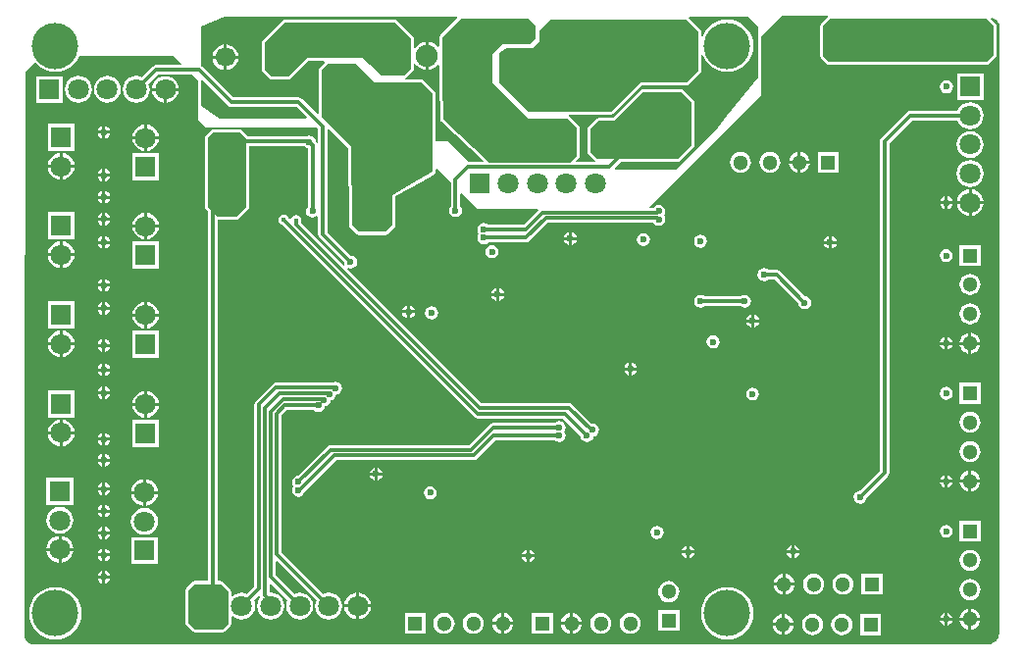
<source format=gbl>
G04*
G04 #@! TF.GenerationSoftware,Altium Limited,Altium Designer,20.0.13 (296)*
G04*
G04 Layer_Physical_Order=4*
G04 Layer_Color=16711680*
%FSLAX44Y44*%
%MOMM*%
G71*
G01*
G75*
%ADD65C,0.3000*%
%ADD67C,1.8000*%
%ADD68R,1.8000X1.8000*%
%ADD69R,1.3000X1.3000*%
%ADD70C,1.3000*%
%ADD71R,1.3000X1.3000*%
%ADD72R,1.8000X1.8000*%
%ADD73R,1.9050X1.9050*%
%ADD74C,1.9050*%
%ADD75C,1.7000*%
%ADD76C,4.0000*%
%ADD77C,0.6000*%
%ADD78C,0.4000*%
G36*
X372067Y541730D02*
X357169Y526831D01*
X356607Y525991D01*
X356410Y525000D01*
Y517228D01*
X355208Y516819D01*
X354605Y517605D01*
X352085Y519539D01*
X349150Y520755D01*
X347270Y521002D01*
Y509000D01*
Y496998D01*
X349150Y497245D01*
X352085Y498461D01*
X354605Y500395D01*
X355208Y501181D01*
X356410Y500773D01*
Y496000D01*
X356410Y487000D01*
X356418Y486961D01*
X356411Y486922D01*
X357411Y453922D01*
X357414Y453910D01*
X357412Y453899D01*
X357528Y453417D01*
X357639Y452937D01*
X357645Y452928D01*
X357648Y452916D01*
X357939Y452515D01*
X358225Y452114D01*
X358235Y452108D01*
X358241Y452099D01*
X394822Y418262D01*
X394359Y417079D01*
X381921D01*
X364000Y435000D01*
X353590D01*
X353590Y476000D01*
X353393Y476991D01*
X352831Y477831D01*
X342831Y487831D01*
X341991Y488393D01*
X341000Y488590D01*
X327754D01*
X327369Y489860D01*
X327831Y490169D01*
X333831Y496169D01*
X334393Y497009D01*
X334590Y498000D01*
Y501965D01*
X335860Y502396D01*
X337395Y500395D01*
X339915Y498461D01*
X342850Y497245D01*
X344730Y496998D01*
Y509000D01*
Y521002D01*
X342850Y520755D01*
X339915Y519539D01*
X337395Y517605D01*
X335860Y515604D01*
X334590Y516035D01*
Y524000D01*
X334393Y524991D01*
X333831Y525831D01*
X319831Y539831D01*
X318991Y540393D01*
X318000Y540590D01*
X223000D01*
X222009Y540393D01*
X221169Y539831D01*
X204169Y522831D01*
X203607Y521991D01*
X203410Y521000D01*
Y497000D01*
X203607Y496009D01*
X204169Y495169D01*
X210169Y489169D01*
X211009Y488607D01*
X212000Y488410D01*
X226000D01*
X226991Y488607D01*
X227831Y489169D01*
X230831Y492169D01*
X243073Y504410D01*
X256952Y504410D01*
X257478Y503140D01*
X253169Y498831D01*
X252607Y497991D01*
X252410Y497000D01*
X252410Y459075D01*
X251237Y458588D01*
X237913Y471913D01*
X236576Y472806D01*
X235000Y473119D01*
X178706D01*
X151913Y499913D01*
X151000Y500522D01*
Y534000D01*
X170800Y543000D01*
X371541D01*
X372067Y541730D01*
D02*
G37*
G36*
X835000Y535000D02*
X835000Y510000D01*
X829000Y504000D01*
X693000Y504000D01*
X688000Y509000D01*
Y535000D01*
X694000Y541000D01*
X829000D01*
X835000Y535000D01*
D02*
G37*
G36*
X632000Y534000D02*
Y490000D01*
X605000Y457000D01*
X597000Y447000D01*
X561000Y411000D01*
X508485D01*
X507999Y412173D01*
X513236Y417410D01*
X562064Y417410D01*
X563055Y417607D01*
X563895Y418169D01*
X576198Y430471D01*
X576759Y431312D01*
X576956Y432303D01*
X576956Y468685D01*
X576759Y469676D01*
X576198Y470516D01*
X567321Y479392D01*
X566481Y479954D01*
X565490Y480151D01*
X532110Y480151D01*
X531119Y479954D01*
X530279Y479392D01*
X506133Y455247D01*
X494036Y455247D01*
X493045Y455050D01*
X492205Y454488D01*
X485382Y447666D01*
X485382Y447666D01*
X484821Y446826D01*
X484624Y445835D01*
Y425786D01*
X484821Y424795D01*
X485382Y423955D01*
X490988Y418349D01*
X490844Y417628D01*
X490513Y417079D01*
X474401D01*
X473915Y418252D01*
X476831Y421169D01*
X477393Y422009D01*
X477590Y423000D01*
Y447000D01*
X477393Y447991D01*
X476831Y448831D01*
X468831Y456831D01*
X468369Y457140D01*
X468754Y458410D01*
X505000Y458410D01*
X505991Y458607D01*
X506831Y459169D01*
X531073Y483410D01*
X570000Y483410D01*
X570991Y483607D01*
X571831Y484169D01*
X581831Y494169D01*
X582393Y495009D01*
X582590Y496000D01*
X582590Y509842D01*
X583860Y510030D01*
X584135Y509123D01*
X586228Y505207D01*
X589045Y501775D01*
X592477Y498958D01*
X596393Y496865D01*
X600641Y495576D01*
X605060Y495141D01*
X609479Y495576D01*
X613727Y496865D01*
X617643Y498958D01*
X621075Y501775D01*
X623892Y505207D01*
X625985Y509123D01*
X627274Y513371D01*
X627709Y517790D01*
X627274Y522209D01*
X625985Y526457D01*
X623892Y530373D01*
X621075Y533805D01*
X617643Y536622D01*
X613727Y538715D01*
X609479Y540004D01*
X605060Y540439D01*
X600641Y540004D01*
X596393Y538715D01*
X592477Y536622D01*
X589045Y533805D01*
X586228Y530373D01*
X584135Y526457D01*
X583860Y525550D01*
X582590Y525738D01*
Y530000D01*
X582393Y530991D01*
X581831Y531831D01*
X571932Y541730D01*
X571980Y542156D01*
X572368Y543000D01*
X623000D01*
X632000Y534000D01*
D02*
G37*
G36*
X332000Y524000D02*
Y498000D01*
X326000Y492000D01*
X306000D01*
X297000Y501000D01*
X296389Y501611D01*
X296000Y502000D01*
X291000Y507000D01*
X285000D01*
X242000Y507000D01*
X229000Y494000D01*
X226000Y491000D01*
X212000D01*
X206000Y497000D01*
Y521000D01*
X223000Y538000D01*
X318000D01*
X332000Y524000D01*
D02*
G37*
G36*
X570000Y540000D02*
X580000Y530000D01*
X580000Y496000D01*
X570000Y486000D01*
X530000Y486000D01*
X505000Y461000D01*
X433000Y461000D01*
X408000Y486000D01*
Y510000D01*
X409000Y512000D01*
X415000Y516000D01*
X437000D01*
X443000Y522000D01*
Y531000D01*
X452000Y540000D01*
X570000Y540000D01*
D02*
G37*
G36*
X174087Y466087D02*
X175424Y465194D01*
X177000Y464881D01*
X233294D01*
X242001Y456173D01*
X241515Y455000D01*
X167000D01*
X151000Y465947D01*
Y487515D01*
X152173Y488001D01*
X174087Y466087D01*
D02*
G37*
G36*
X565490Y477561D02*
X574367Y468685D01*
X574367Y432303D01*
X562064Y420000D01*
X493000Y420000D01*
X487214Y425786D01*
Y445835D01*
X494036Y452657D01*
X507206Y452657D01*
X532110Y477561D01*
X565490Y477561D01*
D02*
G37*
G36*
X440000Y534990D02*
X440000Y524000D01*
X435000Y519000D01*
X411000D01*
X402000Y510000D01*
Y486000D01*
X433000Y455000D01*
X467000D01*
X475000Y447000D01*
Y423000D01*
X469000Y417000D01*
X400000D01*
X360000Y454000D01*
X359000Y487000D01*
X359000Y496000D01*
Y525000D01*
X375000Y541000D01*
X433990Y541000D01*
X440000Y534990D01*
D02*
G37*
G36*
X190007Y437551D02*
Y378448D01*
X181578Y370020D01*
X165422D01*
X157020Y378422D01*
Y438578D01*
X161422Y442980D01*
X184578D01*
X190007Y437551D01*
D02*
G37*
G36*
X692019Y543156D02*
X692067Y542730D01*
X686169Y536831D01*
X685607Y535991D01*
X685410Y535000D01*
Y509000D01*
X685607Y508009D01*
X686169Y507169D01*
X691169Y502169D01*
X692009Y501607D01*
X693000Y501410D01*
X829000Y501410D01*
X829991Y501607D01*
X830831Y502169D01*
X836831Y508169D01*
X837393Y509009D01*
X837590Y510000D01*
X837590Y535000D01*
X837393Y535991D01*
X836831Y536831D01*
X832424Y541238D01*
X832432Y541263D01*
X833139Y542320D01*
X835383Y541390D01*
X837700Y539842D01*
X838685Y538857D01*
X839431Y537896D01*
X839489Y537809D01*
X839827Y536992D01*
X839852Y536870D01*
X840000Y535683D01*
Y535683D01*
X840000D01*
X840000Y535683D01*
X840000Y11267D01*
X840000Y10353D01*
X839644Y8562D01*
X838945Y6875D01*
X838117Y5635D01*
X837284Y4710D01*
X837284D01*
X837284Y4710D01*
X836402Y3828D01*
X834327Y2442D01*
X833498Y2098D01*
X832460Y1060D01*
X831959Y994D01*
X831897Y1006D01*
X41818D01*
X41797Y1024D01*
Y1343D01*
X40932Y985D01*
X7483D01*
X7422Y973D01*
X5125Y1275D01*
X2928Y2185D01*
X1041Y3633D01*
X-407Y5520D01*
X-1318Y7718D01*
X-1620Y10014D01*
X-1608Y10076D01*
Y176617D01*
X-536Y495052D01*
X6980Y502797D01*
X8249Y502744D01*
X9045Y501775D01*
X12477Y498958D01*
X16393Y496865D01*
X20641Y495576D01*
X25060Y495141D01*
X29479Y495576D01*
X33727Y496865D01*
X33997Y497009D01*
X37643Y498958D01*
X41075Y501775D01*
X43892Y505207D01*
X45919Y509000D01*
X127000D01*
X133708Y502293D01*
X133222Y501119D01*
X112000D01*
X110424Y500806D01*
X109087Y499913D01*
X106001Y496827D01*
D01*
X99713Y490538D01*
X98013Y491243D01*
X95000Y491640D01*
X91987Y491243D01*
X89180Y490080D01*
X86770Y488230D01*
X84920Y485820D01*
X83757Y483013D01*
X83360Y480000D01*
X83757Y476987D01*
X84920Y474180D01*
X86770Y471770D01*
X89180Y469920D01*
X91987Y468757D01*
X95000Y468360D01*
X98013Y468757D01*
X100820Y469920D01*
X103230Y471770D01*
X105080Y474180D01*
X106243Y476987D01*
X106639Y480000D01*
X106243Y483013D01*
X105539Y484713D01*
X113706Y492881D01*
X119699D01*
X119782Y491611D01*
X119013Y491510D01*
X116987Y491243D01*
X114180Y490080D01*
X111770Y488230D01*
X109920Y485820D01*
X108757Y483013D01*
X108528Y481270D01*
X131472D01*
X131243Y483013D01*
X130080Y485820D01*
X128230Y488230D01*
X125820Y490080D01*
X123013Y491243D01*
X120987Y491510D01*
X120218Y491611D01*
X120301Y492881D01*
X143119D01*
X148000Y488000D01*
Y454000D01*
X155000Y447000D01*
X251175D01*
X251881Y446294D01*
Y434270D01*
X250734Y433923D01*
X249970Y434877D01*
X249590Y436790D01*
X248365Y438623D01*
X246533Y439847D01*
X244371Y440277D01*
X242210Y439847D01*
X241893Y439636D01*
X191585D01*
X186409Y444812D01*
X185569Y445373D01*
X184578Y445570D01*
X161422D01*
X160431Y445373D01*
X159591Y444812D01*
X155188Y440409D01*
X154627Y439569D01*
X154430Y438578D01*
Y378422D01*
X154627Y377431D01*
X155188Y376591D01*
X156881Y374899D01*
Y55570D01*
X145422D01*
X144431Y55373D01*
X143591Y54812D01*
X138188Y49409D01*
X137627Y48569D01*
X137430Y47578D01*
Y19422D01*
X137627Y18431D01*
X138188Y17591D01*
X143591Y12188D01*
X144431Y11627D01*
X145422Y11430D01*
X169578D01*
X170569Y11627D01*
X171409Y12188D01*
X176111Y16890D01*
X176672Y17730D01*
X176869Y18722D01*
Y24982D01*
X178139Y25486D01*
X180180Y23920D01*
X182987Y22757D01*
X186000Y22360D01*
X189013Y22757D01*
X191820Y23920D01*
X194230Y25770D01*
X196080Y28180D01*
X197243Y30987D01*
X197640Y34000D01*
X197243Y37013D01*
X196539Y38713D01*
X200541Y42715D01*
X201785Y42307D01*
X202044Y41285D01*
X200920Y39820D01*
X199757Y37013D01*
X199360Y34000D01*
X199757Y30987D01*
X200920Y28180D01*
X202770Y25770D01*
X205180Y23920D01*
X207987Y22757D01*
X211000Y22360D01*
X214013Y22757D01*
X216820Y23920D01*
X219230Y25770D01*
X221080Y28180D01*
X222243Y30987D01*
X222640Y34000D01*
X222243Y37013D01*
X221080Y39820D01*
X219230Y42230D01*
X216820Y44080D01*
X214013Y45243D01*
X211000Y45640D01*
X210220Y46324D01*
Y52296D01*
X211393Y52782D01*
X225462Y38713D01*
X224757Y37013D01*
X224360Y34000D01*
X224757Y30987D01*
X225920Y28180D01*
X227770Y25770D01*
X230180Y23920D01*
X232987Y22757D01*
X236000Y22360D01*
X239013Y22757D01*
X241820Y23920D01*
X244230Y25770D01*
X246080Y28180D01*
X247243Y30987D01*
X247640Y34000D01*
X247243Y37013D01*
X246080Y39820D01*
X244230Y42230D01*
X241820Y44080D01*
X239013Y45243D01*
X236000Y45640D01*
X232987Y45243D01*
X231287Y44538D01*
X215119Y60706D01*
Y72396D01*
X216292Y72882D01*
X250461Y38713D01*
X249757Y37013D01*
X249360Y34000D01*
X249757Y30987D01*
X250920Y28180D01*
X252770Y25770D01*
X255180Y23920D01*
X257987Y22757D01*
X261000Y22360D01*
X264013Y22757D01*
X266820Y23920D01*
X269230Y25770D01*
X271080Y28180D01*
X272243Y30987D01*
X272640Y34000D01*
X272243Y37013D01*
X271080Y39820D01*
X269230Y42230D01*
X266820Y44080D01*
X264013Y45243D01*
X261000Y45640D01*
X257987Y45243D01*
X256287Y44538D01*
X220119Y80706D01*
Y198294D01*
X224857Y203032D01*
X248344D01*
X249989Y201932D01*
X252151Y201502D01*
X254312Y201932D01*
X256145Y203157D01*
X257369Y204989D01*
X257683Y206568D01*
X259262Y206882D01*
X261095Y208106D01*
X262319Y209939D01*
X262633Y211518D01*
X264212Y211832D01*
X266044Y213056D01*
X267269Y214889D01*
X267583Y216467D01*
X269162Y216782D01*
X270994Y218006D01*
X272219Y219838D01*
X272649Y222000D01*
X272219Y224162D01*
X270994Y225994D01*
X269162Y227219D01*
X267000Y227649D01*
X264838Y227219D01*
X264016Y226669D01*
X215550D01*
X213974Y226356D01*
X212638Y225463D01*
X198087Y210913D01*
X197194Y209576D01*
X196881Y208000D01*
Y50706D01*
X190713Y44538D01*
X189013Y45243D01*
X186000Y45640D01*
X182987Y45243D01*
X180180Y44080D01*
X178139Y42514D01*
X176869Y43018D01*
Y46278D01*
X176672Y47270D01*
X176111Y48110D01*
X169409Y54812D01*
X168569Y55373D01*
X167578Y55570D01*
X165119D01*
Y367181D01*
X165422Y367430D01*
X181578D01*
X182569Y367627D01*
X183409Y368188D01*
X191838Y376617D01*
X192399Y377458D01*
X192596Y378448D01*
Y431398D01*
X239867D01*
X240377Y430635D01*
X242210Y429410D01*
X242916Y429270D01*
Y378825D01*
X241851Y377232D01*
X241422Y375070D01*
X241851Y372908D01*
X243076Y371076D01*
X244908Y369851D01*
X247070Y369422D01*
X249232Y369851D01*
X250611Y370773D01*
X251881Y370186D01*
Y355000D01*
X252194Y353424D01*
X253087Y352087D01*
X274395Y330779D01*
X274781Y328838D01*
X273792Y328033D01*
X237119Y364706D01*
Y364993D01*
X237277Y365229D01*
X237629Y367000D01*
X237277Y368771D01*
X236273Y370273D01*
X234771Y371277D01*
X233000Y371629D01*
X231229Y371277D01*
X229727Y370273D01*
X228766Y368835D01*
X228060Y368590D01*
X227514Y368441D01*
X226666Y369063D01*
X226624Y369271D01*
X225621Y370773D01*
X224119Y371777D01*
X222348Y372129D01*
X220576Y371777D01*
X219074Y370773D01*
X218071Y369271D01*
X217719Y367500D01*
X218071Y365729D01*
X219074Y364227D01*
X220576Y363223D01*
X220854Y363168D01*
X386935Y197087D01*
X388271Y196194D01*
X389848Y195881D01*
X463294D01*
X478395Y180779D01*
X478781Y178838D01*
X480006Y177006D01*
X481838Y175781D01*
X484000Y175352D01*
X486162Y175781D01*
X487994Y177006D01*
X489219Y178838D01*
X489533Y180417D01*
X491111Y180731D01*
X492944Y181956D01*
X494168Y183788D01*
X494598Y185950D01*
X494168Y188111D01*
X492944Y189944D01*
X491111Y191168D01*
X488950Y191598D01*
X487918Y191393D01*
X471398Y207913D01*
X470062Y208806D01*
X468485Y209119D01*
X392706D01*
X277034Y324792D01*
X277838Y325781D01*
X280000Y325351D01*
X282162Y325781D01*
X283994Y327006D01*
X285219Y328838D01*
X285648Y331000D01*
X285219Y333162D01*
X283994Y334994D01*
X282162Y336219D01*
X280221Y336605D01*
X260119Y356706D01*
Y445422D01*
X261389Y445948D01*
X277634Y429703D01*
X278410Y362970D01*
X278512Y362490D01*
X278607Y362009D01*
X278616Y361996D01*
X278619Y361981D01*
X278896Y361576D01*
X279169Y361169D01*
X285169Y355169D01*
X286009Y354607D01*
X287000Y354410D01*
X310000Y354410D01*
X310991Y354607D01*
X311831Y355169D01*
X317831Y361169D01*
X318393Y362009D01*
X318590Y363000D01*
Y387489D01*
X340274Y399745D01*
X340288Y399757D01*
X340305Y399763D01*
X352305Y406763D01*
X352554Y406984D01*
X352831Y407169D01*
X352929Y407316D01*
X353062Y407433D01*
X353208Y407732D01*
X353393Y408009D01*
X353427Y408182D01*
X353504Y408341D01*
X353525Y408673D01*
X353590Y409000D01*
Y410751D01*
X354763Y411237D01*
X366381Y399619D01*
Y379307D01*
X365281Y377662D01*
X364851Y375500D01*
X365281Y373338D01*
X366506Y371506D01*
X368338Y370281D01*
X370500Y369851D01*
X372662Y370281D01*
X374494Y371506D01*
X375719Y373338D01*
X376148Y375500D01*
X375719Y377662D01*
X374619Y379307D01*
Y389721D01*
X375793Y390207D01*
X389000Y377000D01*
X441379D01*
X441905Y375730D01*
X429294Y363119D01*
X398807D01*
X397162Y364219D01*
X395000Y364649D01*
X392838Y364219D01*
X391006Y362994D01*
X389781Y361162D01*
X389352Y359000D01*
X389781Y356838D01*
X390676Y355500D01*
X389781Y354162D01*
X389352Y352000D01*
X389781Y349838D01*
X391006Y348006D01*
X392838Y346782D01*
X395000Y346352D01*
X397162Y346782D01*
X398807Y347881D01*
X431071D01*
X432648Y348195D01*
X433984Y349087D01*
X450242Y365345D01*
X541087D01*
X542006Y363970D01*
X543838Y362746D01*
X546000Y362316D01*
X548162Y362746D01*
X549994Y363970D01*
X551219Y365803D01*
X551649Y367965D01*
X551219Y370126D01*
X550324Y371465D01*
X551219Y372803D01*
X551649Y374964D01*
X551219Y377126D01*
X549994Y378959D01*
X548162Y380183D01*
X546000Y380613D01*
X543838Y380183D01*
X542006Y378959D01*
X541087Y377584D01*
X538243D01*
X537757Y378757D01*
X634170Y475170D01*
Y526170D01*
X652000Y544000D01*
X691632D01*
X692019Y543156D01*
D02*
G37*
G36*
X301000Y486000D02*
X341000D01*
X351000Y476000D01*
X351000Y409000D01*
X339000Y402000D01*
X316000Y389000D01*
Y363000D01*
X310000Y357000D01*
X287000Y357000D01*
X281000Y363000D01*
X280212Y430788D01*
X255000Y456000D01*
X255000Y497000D01*
X260000Y502000D01*
X285000Y502000D01*
X301000Y486000D01*
D02*
G37*
G36*
X174280Y46278D02*
Y18722D01*
X169578Y14020D01*
X145422D01*
X140020Y19422D01*
Y47578D01*
X145422Y52980D01*
X167578D01*
X174280Y46278D01*
D02*
G37*
%LPC*%
G36*
X173180Y518818D02*
Y509120D01*
X182878D01*
X182666Y510732D01*
X181553Y513418D01*
X179784Y515724D01*
X177478Y517493D01*
X174792Y518606D01*
X173180Y518818D01*
D02*
G37*
G36*
X170640D02*
X169028Y518606D01*
X166342Y517493D01*
X164036Y515724D01*
X162267Y513418D01*
X161154Y510732D01*
X160942Y509120D01*
X170640D01*
Y518818D01*
D02*
G37*
G36*
X182878Y506580D02*
X173180D01*
Y496882D01*
X174792Y497094D01*
X177478Y498207D01*
X179784Y499976D01*
X181553Y502282D01*
X182666Y504968D01*
X182878Y506580D01*
D02*
G37*
G36*
X170640D02*
X160942D01*
X161154Y504968D01*
X162267Y502282D01*
X164036Y499976D01*
X166342Y498207D01*
X169028Y497094D01*
X170640Y496882D01*
Y506580D01*
D02*
G37*
G36*
X794350Y487999D02*
X792188Y487569D01*
X790356Y486344D01*
X789131Y484512D01*
X788701Y482350D01*
X789131Y480188D01*
X790356Y478356D01*
X792188Y477131D01*
X794350Y476701D01*
X796512Y477131D01*
X798344Y478356D01*
X799568Y480188D01*
X799998Y482350D01*
X799568Y484512D01*
X798344Y486344D01*
X796512Y487569D01*
X794350Y487999D01*
D02*
G37*
G36*
X826350Y493890D02*
X803270D01*
Y470810D01*
X826350D01*
Y493890D01*
D02*
G37*
G36*
X131472Y478730D02*
X121270D01*
Y468528D01*
X123013Y468757D01*
X125820Y469920D01*
X128230Y471770D01*
X130080Y474180D01*
X131243Y476987D01*
X131472Y478730D01*
D02*
G37*
G36*
X118730D02*
X108528D01*
X108757Y476987D01*
X109920Y474180D01*
X111770Y471770D01*
X114180Y469920D01*
X116987Y468757D01*
X118730Y468528D01*
Y478730D01*
D02*
G37*
G36*
X31540Y491540D02*
X8460D01*
Y468460D01*
X31540D01*
Y491540D01*
D02*
G37*
G36*
X70000Y491640D02*
X66987Y491243D01*
X64180Y490080D01*
X61770Y488230D01*
X59920Y485820D01*
X58757Y483013D01*
X58360Y480000D01*
X58757Y476987D01*
X59920Y474180D01*
X61770Y471770D01*
X64180Y469920D01*
X66987Y468757D01*
X70000Y468360D01*
X73012Y468757D01*
X75820Y469920D01*
X78230Y471770D01*
X80080Y474180D01*
X81243Y476987D01*
X81639Y480000D01*
X81243Y483013D01*
X80080Y485820D01*
X78230Y488230D01*
X75820Y490080D01*
X73012Y491243D01*
X70000Y491640D01*
D02*
G37*
G36*
X45000D02*
X41987Y491243D01*
X39180Y490080D01*
X36770Y488230D01*
X34920Y485820D01*
X33757Y483013D01*
X33360Y480000D01*
X33757Y476987D01*
X34920Y474180D01*
X36770Y471770D01*
X39180Y469920D01*
X41987Y468757D01*
X45000Y468360D01*
X48012Y468757D01*
X50820Y469920D01*
X53230Y471770D01*
X55080Y474180D01*
X56243Y476987D01*
X56639Y480000D01*
X56243Y483013D01*
X55080Y485820D01*
X53230Y488230D01*
X50820Y490080D01*
X48012Y491243D01*
X45000Y491640D01*
D02*
G37*
G36*
X814810Y468989D02*
X811797Y468593D01*
X808990Y467430D01*
X806580Y465580D01*
X804730Y463170D01*
X804025Y461469D01*
X763350D01*
X761774Y461156D01*
X760437Y460263D01*
X738087Y437913D01*
X737194Y436576D01*
X736881Y435000D01*
Y150706D01*
X719779Y133605D01*
X717838Y133219D01*
X716006Y131994D01*
X714781Y130162D01*
X714352Y128000D01*
X714781Y125838D01*
X716006Y124006D01*
X717838Y122781D01*
X720000Y122352D01*
X722162Y122781D01*
X723994Y124006D01*
X725219Y125838D01*
X725605Y127779D01*
X743913Y146087D01*
X744806Y147424D01*
X745119Y149000D01*
Y433294D01*
X765056Y453231D01*
X804025D01*
X804730Y451530D01*
X806580Y449119D01*
X808990Y447270D01*
X811797Y446107D01*
X814810Y445710D01*
X817822Y446107D01*
X820630Y447270D01*
X823040Y449119D01*
X824890Y451530D01*
X826053Y454337D01*
X826450Y457350D01*
X826053Y460363D01*
X824890Y463170D01*
X823040Y465580D01*
X820630Y467430D01*
X817822Y468593D01*
X814810Y468989D01*
D02*
G37*
G36*
X68270Y448396D02*
Y444270D01*
X72396D01*
X72219Y445162D01*
X70994Y446994D01*
X69162Y448219D01*
X68270Y448396D01*
D02*
G37*
G36*
X65730D02*
X64838Y448219D01*
X63006Y446994D01*
X61781Y445162D01*
X61604Y444270D01*
X65730D01*
Y448396D01*
D02*
G37*
G36*
X104270Y449681D02*
Y439479D01*
X114472D01*
X114243Y441222D01*
X113080Y444029D01*
X111230Y446440D01*
X108820Y448289D01*
X106012Y449452D01*
X104270Y449681D01*
D02*
G37*
G36*
X101730D02*
X99987Y449452D01*
X97180Y448289D01*
X94770Y446440D01*
X92920Y444029D01*
X91757Y441222D01*
X91528Y439479D01*
X101730D01*
Y449681D01*
D02*
G37*
G36*
X72396Y441730D02*
X68270D01*
Y437604D01*
X69162Y437781D01*
X70994Y439006D01*
X72219Y440838D01*
X72396Y441730D01*
D02*
G37*
G36*
X65730D02*
X61604D01*
X61781Y440838D01*
X63006Y439006D01*
X64838Y437781D01*
X65730Y437604D01*
Y441730D01*
D02*
G37*
G36*
X41680Y450149D02*
X18600D01*
Y427069D01*
X41680D01*
Y450149D01*
D02*
G37*
G36*
X114472Y436939D02*
X104270D01*
Y426737D01*
X106012Y426966D01*
X108820Y428129D01*
X111230Y429979D01*
X113080Y432389D01*
X114243Y435196D01*
X114472Y436939D01*
D02*
G37*
G36*
X101730D02*
X91528D01*
X91757Y435196D01*
X92920Y432389D01*
X94770Y429979D01*
X97180Y428129D01*
X99987Y426966D01*
X101730Y426737D01*
Y436939D01*
D02*
G37*
G36*
X814810Y443989D02*
X811797Y443593D01*
X808990Y442430D01*
X806580Y440580D01*
X804730Y438170D01*
X803567Y435363D01*
X803170Y432350D01*
X803567Y429337D01*
X804730Y426530D01*
X806580Y424119D01*
X808990Y422270D01*
X811797Y421107D01*
X814810Y420710D01*
X817822Y421107D01*
X820630Y422270D01*
X823040Y424119D01*
X824890Y426530D01*
X826053Y429337D01*
X826450Y432350D01*
X826053Y435363D01*
X824890Y438170D01*
X823040Y440580D01*
X820630Y442430D01*
X817822Y443593D01*
X814810Y443989D01*
D02*
G37*
G36*
X668600Y425951D02*
Y418270D01*
X676281D01*
X676137Y419360D01*
X675226Y421559D01*
X673777Y423447D01*
X671889Y424896D01*
X669690Y425807D01*
X668600Y425951D01*
D02*
G37*
G36*
X666060D02*
X664970Y425807D01*
X662771Y424896D01*
X660883Y423447D01*
X659434Y421559D01*
X658523Y419360D01*
X658379Y418270D01*
X666060D01*
Y425951D01*
D02*
G37*
G36*
X31410Y425081D02*
Y414879D01*
X41612D01*
X41383Y416622D01*
X40220Y419429D01*
X38370Y421839D01*
X35960Y423689D01*
X33152Y424852D01*
X31410Y425081D01*
D02*
G37*
G36*
X28870D02*
X27127Y424852D01*
X24320Y423689D01*
X21910Y421839D01*
X20060Y419429D01*
X18897Y416622D01*
X18668Y414879D01*
X28870D01*
Y425081D01*
D02*
G37*
G36*
X676281Y415730D02*
X668600D01*
Y408049D01*
X669690Y408193D01*
X671889Y409104D01*
X673777Y410553D01*
X675226Y412441D01*
X676137Y414640D01*
X676281Y415730D01*
D02*
G37*
G36*
X666060D02*
X658379D01*
X658523Y414640D01*
X659434Y412441D01*
X660883Y410553D01*
X662771Y409104D01*
X664970Y408193D01*
X666060Y408049D01*
Y415730D01*
D02*
G37*
G36*
X701370Y426040D02*
X683290D01*
Y407960D01*
X701370D01*
Y426040D01*
D02*
G37*
G36*
X642000Y426118D02*
X639640Y425807D01*
X637441Y424896D01*
X635553Y423447D01*
X634104Y421559D01*
X633193Y419360D01*
X632882Y417000D01*
X633193Y414640D01*
X634104Y412441D01*
X635553Y410553D01*
X637441Y409104D01*
X639640Y408193D01*
X642000Y407882D01*
X644360Y408193D01*
X646559Y409104D01*
X648447Y410553D01*
X649896Y412441D01*
X650807Y414640D01*
X651118Y417000D01*
X650807Y419360D01*
X649896Y421559D01*
X648447Y423447D01*
X646559Y424896D01*
X644360Y425807D01*
X642000Y426118D01*
D02*
G37*
G36*
X616530D02*
X614170Y425807D01*
X611971Y424896D01*
X610083Y423447D01*
X608634Y421559D01*
X607723Y419360D01*
X607412Y417000D01*
X607723Y414640D01*
X608634Y412441D01*
X610083Y410553D01*
X611971Y409104D01*
X614170Y408193D01*
X616530Y407882D01*
X618890Y408193D01*
X621089Y409104D01*
X622977Y410553D01*
X624426Y412441D01*
X625337Y414640D01*
X625648Y417000D01*
X625337Y419360D01*
X624426Y421559D01*
X622977Y423447D01*
X621089Y424896D01*
X618890Y425807D01*
X616530Y426118D01*
D02*
G37*
G36*
X68270Y411396D02*
Y407270D01*
X72396D01*
X72219Y408162D01*
X70994Y409994D01*
X69162Y411219D01*
X68270Y411396D01*
D02*
G37*
G36*
X65730D02*
X64838Y411219D01*
X63006Y409994D01*
X61781Y408162D01*
X61604Y407270D01*
X65730D01*
Y411396D01*
D02*
G37*
G36*
X41612Y412339D02*
X31410D01*
Y402137D01*
X33152Y402366D01*
X35960Y403529D01*
X38370Y405379D01*
X40220Y407789D01*
X41383Y410597D01*
X41612Y412339D01*
D02*
G37*
G36*
X28870D02*
X18668D01*
X18897Y410597D01*
X20060Y407789D01*
X21910Y405379D01*
X24320Y403529D01*
X27127Y402366D01*
X28870Y402137D01*
Y412339D01*
D02*
G37*
G36*
X114540Y424749D02*
X91460D01*
Y401669D01*
X114540D01*
Y424749D01*
D02*
G37*
G36*
X72396Y404730D02*
X68270D01*
Y400604D01*
X69162Y400781D01*
X70994Y402006D01*
X72219Y403838D01*
X72396Y404730D01*
D02*
G37*
G36*
X65730D02*
X61604D01*
X61781Y403838D01*
X63006Y402006D01*
X64838Y400781D01*
X65730Y400604D01*
Y404730D01*
D02*
G37*
G36*
X814810Y418989D02*
X811797Y418593D01*
X808990Y417430D01*
X806580Y415580D01*
X804730Y413170D01*
X803567Y410363D01*
X803170Y407350D01*
X803567Y404337D01*
X804730Y401530D01*
X806580Y399119D01*
X808990Y397270D01*
X811797Y396107D01*
X814810Y395710D01*
X817822Y396107D01*
X820630Y397270D01*
X823040Y399119D01*
X824890Y401530D01*
X826053Y404337D01*
X826450Y407350D01*
X826053Y410363D01*
X824890Y413170D01*
X823040Y415580D01*
X820630Y417430D01*
X817822Y418593D01*
X814810Y418989D01*
D02*
G37*
G36*
X68270Y392396D02*
Y388270D01*
X72396D01*
X72219Y389162D01*
X70994Y390994D01*
X69162Y392219D01*
X68270Y392396D01*
D02*
G37*
G36*
X65730D02*
X64838Y392219D01*
X63006Y390994D01*
X61781Y389162D01*
X61604Y388270D01*
X65730D01*
Y392396D01*
D02*
G37*
G36*
X816080Y393822D02*
Y383620D01*
X826282D01*
X826053Y385363D01*
X824890Y388170D01*
X823040Y390580D01*
X820630Y392430D01*
X817822Y393593D01*
X816080Y393822D01*
D02*
G37*
G36*
X795620Y387746D02*
Y383620D01*
X799746D01*
X799568Y384512D01*
X798344Y386344D01*
X796512Y387569D01*
X795620Y387746D01*
D02*
G37*
G36*
X793080D02*
X792188Y387569D01*
X790356Y386344D01*
X789131Y384512D01*
X788954Y383620D01*
X793080D01*
Y387746D01*
D02*
G37*
G36*
X813540Y393822D02*
X811797Y393593D01*
X808990Y392430D01*
X806580Y390580D01*
X804730Y388170D01*
X803567Y385363D01*
X803338Y383620D01*
X813540D01*
Y393822D01*
D02*
G37*
G36*
X72396Y385730D02*
X68270D01*
Y381604D01*
X69162Y381781D01*
X70994Y383006D01*
X72219Y384838D01*
X72396Y385730D01*
D02*
G37*
G36*
X65730D02*
X61604D01*
X61781Y384838D01*
X63006Y383006D01*
X64838Y381781D01*
X65730Y381604D01*
Y385730D01*
D02*
G37*
G36*
X799746Y381080D02*
X795620D01*
Y376954D01*
X796512Y377131D01*
X798344Y378356D01*
X799568Y380188D01*
X799746Y381080D01*
D02*
G37*
G36*
X793080D02*
X788954D01*
X789131Y380188D01*
X790356Y378356D01*
X792188Y377131D01*
X793080Y376954D01*
Y381080D01*
D02*
G37*
G36*
X826282D02*
X816080D01*
Y370878D01*
X817822Y371107D01*
X820630Y372270D01*
X823040Y374119D01*
X824890Y376530D01*
X826053Y379337D01*
X826282Y381080D01*
D02*
G37*
G36*
X813540D02*
X803338D01*
X803567Y379337D01*
X804730Y376530D01*
X806580Y374119D01*
X808990Y372270D01*
X811797Y371107D01*
X813540Y370878D01*
Y381080D01*
D02*
G37*
G36*
X68270Y373396D02*
Y369270D01*
X72396D01*
X72219Y370162D01*
X70994Y371994D01*
X69162Y373219D01*
X68270Y373396D01*
D02*
G37*
G36*
X65730D02*
X64838Y373219D01*
X63006Y371994D01*
X61781Y370162D01*
X61604Y369270D01*
X65730D01*
Y373396D01*
D02*
G37*
G36*
X104270Y373472D02*
Y363270D01*
X114472D01*
X114243Y365013D01*
X113080Y367820D01*
X111230Y370230D01*
X108820Y372080D01*
X106012Y373243D01*
X104270Y373472D01*
D02*
G37*
G36*
X101730D02*
X99987Y373243D01*
X97180Y372080D01*
X94770Y370230D01*
X92920Y367820D01*
X91757Y365013D01*
X91528Y363270D01*
X101730D01*
Y373472D01*
D02*
G37*
G36*
X72396Y366730D02*
X68270D01*
Y362604D01*
X69162Y362781D01*
X70994Y364006D01*
X72219Y365838D01*
X72396Y366730D01*
D02*
G37*
G36*
X65730D02*
X61604D01*
X61781Y365838D01*
X63006Y364006D01*
X64838Y362781D01*
X65730Y362604D01*
Y366730D01*
D02*
G37*
G36*
X470840Y356716D02*
Y352590D01*
X474966D01*
X474789Y353482D01*
X473564Y355314D01*
X471732Y356539D01*
X470840Y356716D01*
D02*
G37*
G36*
X468300D02*
X467408Y356539D01*
X465576Y355314D01*
X464351Y353482D01*
X464174Y352590D01*
X468300D01*
Y356716D01*
D02*
G37*
G36*
X41680Y373940D02*
X18600D01*
Y350860D01*
X41680D01*
Y373940D01*
D02*
G37*
G36*
X114472Y360730D02*
X104270D01*
Y350528D01*
X106012Y350757D01*
X108820Y351920D01*
X111230Y353770D01*
X113080Y356180D01*
X114243Y358987D01*
X114472Y360730D01*
D02*
G37*
G36*
X101730D02*
X91528D01*
X91757Y358987D01*
X92920Y356180D01*
X94770Y353770D01*
X97180Y351920D01*
X99987Y350757D01*
X101730Y350528D01*
Y360730D01*
D02*
G37*
G36*
X695270Y353396D02*
Y349270D01*
X699396D01*
X699219Y350162D01*
X697994Y351994D01*
X696162Y353218D01*
X695270Y353396D01*
D02*
G37*
G36*
X692730D02*
X691838Y353218D01*
X690006Y351994D01*
X688782Y350162D01*
X688604Y349270D01*
X692730D01*
Y353396D01*
D02*
G37*
G36*
X68270D02*
Y349270D01*
X72396D01*
X72219Y350162D01*
X70994Y351994D01*
X69162Y353218D01*
X68270Y353396D01*
D02*
G37*
G36*
X65730D02*
X64838Y353218D01*
X63006Y351994D01*
X61781Y350162D01*
X61604Y349270D01*
X65730D01*
Y353396D01*
D02*
G37*
G36*
X474966Y350050D02*
X470840D01*
Y345924D01*
X471732Y346101D01*
X473564Y347326D01*
X474789Y349158D01*
X474966Y350050D01*
D02*
G37*
G36*
X468300D02*
X464174D01*
X464351Y349158D01*
X465576Y347326D01*
X467408Y346101D01*
X468300Y345924D01*
Y350050D01*
D02*
G37*
G36*
X532750Y356018D02*
X530588Y355588D01*
X528756Y354364D01*
X527531Y352532D01*
X527101Y350370D01*
X527531Y348208D01*
X528756Y346376D01*
X530588Y345151D01*
X532750Y344721D01*
X534911Y345151D01*
X536744Y346376D01*
X537968Y348208D01*
X538398Y350370D01*
X537968Y352532D01*
X536744Y354364D01*
X534911Y355588D01*
X532750Y356018D01*
D02*
G37*
G36*
X582000Y354649D02*
X579838Y354218D01*
X578006Y352994D01*
X576781Y351162D01*
X576352Y349000D01*
X576781Y346838D01*
X578006Y345006D01*
X579838Y343781D01*
X582000Y343352D01*
X584162Y343781D01*
X585994Y345006D01*
X587219Y346838D01*
X587649Y349000D01*
X587219Y351162D01*
X585994Y352994D01*
X584162Y354218D01*
X582000Y354649D01*
D02*
G37*
G36*
X699396Y346730D02*
X695270D01*
Y342604D01*
X696162Y342781D01*
X697994Y344006D01*
X699219Y345838D01*
X699396Y346730D01*
D02*
G37*
G36*
X692730D02*
X688604D01*
X688782Y345838D01*
X690006Y344006D01*
X691838Y342781D01*
X692730Y342604D01*
Y346730D01*
D02*
G37*
G36*
X72396D02*
X68270D01*
Y342604D01*
X69162Y342781D01*
X70994Y344006D01*
X72219Y345838D01*
X72396Y346730D01*
D02*
G37*
G36*
X65730D02*
X61604D01*
X61781Y345838D01*
X63006Y344006D01*
X64838Y342781D01*
X65730Y342604D01*
Y346730D01*
D02*
G37*
G36*
X31410Y348872D02*
Y338670D01*
X41612D01*
X41383Y340412D01*
X40220Y343220D01*
X38370Y345630D01*
X35960Y347480D01*
X33152Y348643D01*
X31410Y348872D01*
D02*
G37*
G36*
X28870D02*
X27127Y348643D01*
X24320Y347480D01*
X21910Y345630D01*
X20060Y343220D01*
X18897Y340412D01*
X18668Y338670D01*
X28870D01*
Y348872D01*
D02*
G37*
G36*
X401940Y345588D02*
X399778Y345159D01*
X397946Y343934D01*
X396721Y342102D01*
X396292Y339940D01*
X396721Y337778D01*
X397946Y335946D01*
X399778Y334721D01*
X401940Y334291D01*
X404102Y334721D01*
X405934Y335946D01*
X407159Y337778D01*
X407589Y339940D01*
X407159Y342102D01*
X405934Y343934D01*
X404102Y345159D01*
X401940Y345588D01*
D02*
G37*
G36*
X794150Y342272D02*
X791988Y341842D01*
X790156Y340617D01*
X788931Y338785D01*
X788501Y336623D01*
X788931Y334462D01*
X790156Y332629D01*
X791988Y331405D01*
X794150Y330975D01*
X796312Y331405D01*
X798144Y332629D01*
X799369Y334462D01*
X799799Y336623D01*
X799369Y338785D01*
X798144Y340617D01*
X796312Y341842D01*
X794150Y342272D01*
D02*
G37*
G36*
X823650Y345663D02*
X805570D01*
Y327583D01*
X823650D01*
Y345663D01*
D02*
G37*
G36*
X41612Y336130D02*
X31410D01*
Y325928D01*
X33152Y326157D01*
X35960Y327320D01*
X38370Y329170D01*
X40220Y331580D01*
X41383Y334387D01*
X41612Y336130D01*
D02*
G37*
G36*
X28870D02*
X18668D01*
X18897Y334387D01*
X20060Y331580D01*
X21910Y329170D01*
X24320Y327320D01*
X27127Y326157D01*
X28870Y325928D01*
Y336130D01*
D02*
G37*
G36*
X114540Y348540D02*
X91460D01*
Y325460D01*
X114540D01*
Y348540D01*
D02*
G37*
G36*
X68270Y316396D02*
Y312270D01*
X72396D01*
X72219Y313162D01*
X70994Y314994D01*
X69162Y316218D01*
X68270Y316396D01*
D02*
G37*
G36*
X65730D02*
X64838Y316218D01*
X63006Y314994D01*
X61781Y313162D01*
X61604Y312270D01*
X65730D01*
Y316396D01*
D02*
G37*
G36*
X72396Y309730D02*
X68270D01*
Y305604D01*
X69162Y305781D01*
X70994Y307006D01*
X72219Y308838D01*
X72396Y309730D01*
D02*
G37*
G36*
X65730D02*
X61604D01*
X61781Y308838D01*
X63006Y307006D01*
X64838Y305781D01*
X65730Y305604D01*
Y309730D01*
D02*
G37*
G36*
X408210Y308456D02*
Y304330D01*
X412336D01*
X412159Y305222D01*
X410934Y307054D01*
X409102Y308279D01*
X408210Y308456D01*
D02*
G37*
G36*
X405670D02*
X404778Y308279D01*
X402946Y307054D01*
X401721Y305222D01*
X401544Y304330D01*
X405670D01*
Y308456D01*
D02*
G37*
G36*
X814610Y320741D02*
X812250Y320431D01*
X810051Y319520D01*
X808163Y318071D01*
X806714Y316182D01*
X805803Y313983D01*
X805492Y311623D01*
X805803Y309263D01*
X806714Y307064D01*
X808163Y305176D01*
X810051Y303727D01*
X812250Y302816D01*
X814610Y302505D01*
X816970Y302816D01*
X819169Y303727D01*
X821057Y305176D01*
X822506Y307064D01*
X823417Y309263D01*
X823728Y311623D01*
X823417Y313983D01*
X822506Y316182D01*
X821057Y318071D01*
X819169Y319520D01*
X816970Y320431D01*
X814610Y320741D01*
D02*
G37*
G36*
X620000Y302649D02*
X617838Y302218D01*
X616193Y301119D01*
X585807D01*
X584162Y302218D01*
X582000Y302649D01*
X579838Y302218D01*
X578006Y300994D01*
X576781Y299162D01*
X576352Y297000D01*
X576781Y294838D01*
X578006Y293006D01*
X579838Y291781D01*
X582000Y291352D01*
X584162Y291781D01*
X585807Y292881D01*
X616193D01*
X617838Y291781D01*
X620000Y291352D01*
X622162Y291781D01*
X623994Y293006D01*
X625219Y294838D01*
X625648Y297000D01*
X625219Y299162D01*
X623994Y300994D01*
X622162Y302218D01*
X620000Y302649D01*
D02*
G37*
G36*
X412336Y301790D02*
X408210D01*
Y297664D01*
X409102Y297841D01*
X410934Y299066D01*
X412159Y300898D01*
X412336Y301790D01*
D02*
G37*
G36*
X405670D02*
X401544D01*
X401721Y300898D01*
X402946Y299066D01*
X404778Y297841D01*
X405670Y297664D01*
Y301790D01*
D02*
G37*
G36*
X68270Y296396D02*
Y292270D01*
X72396D01*
X72219Y293162D01*
X70994Y294994D01*
X69162Y296219D01*
X68270Y296396D01*
D02*
G37*
G36*
X65730D02*
X64838Y296219D01*
X63006Y294994D01*
X61781Y293162D01*
X61604Y292270D01*
X65730D01*
Y296396D01*
D02*
G37*
G36*
X637000Y325648D02*
X634838Y325219D01*
X633006Y323994D01*
X631781Y322162D01*
X631352Y320000D01*
X631781Y317838D01*
X633006Y316006D01*
X634838Y314781D01*
X637000Y314352D01*
X639162Y314781D01*
X640807Y315881D01*
X646294D01*
X666395Y295779D01*
X666781Y293838D01*
X668006Y292006D01*
X669838Y290781D01*
X672000Y290352D01*
X674162Y290781D01*
X675994Y292006D01*
X677219Y293838D01*
X677648Y296000D01*
X677219Y298162D01*
X675994Y299994D01*
X674162Y301218D01*
X672221Y301605D01*
X650913Y322913D01*
X649576Y323806D01*
X648000Y324119D01*
X640807D01*
X639162Y325219D01*
X637000Y325648D01*
D02*
G37*
G36*
X331270Y293396D02*
Y289270D01*
X335396D01*
X335219Y290162D01*
X333994Y291994D01*
X332162Y293219D01*
X331270Y293396D01*
D02*
G37*
G36*
X328730D02*
X327838Y293219D01*
X326006Y291994D01*
X324781Y290162D01*
X324604Y289270D01*
X328730D01*
Y293396D01*
D02*
G37*
G36*
X104270Y296472D02*
Y286270D01*
X114472D01*
X114243Y288013D01*
X113080Y290820D01*
X111230Y293230D01*
X108820Y295080D01*
X106012Y296243D01*
X104270Y296472D01*
D02*
G37*
G36*
X101730D02*
X99987Y296243D01*
X97180Y295080D01*
X94770Y293230D01*
X92920Y290820D01*
X91757Y288013D01*
X91528Y286270D01*
X101730D01*
Y296472D01*
D02*
G37*
G36*
X72396Y289730D02*
X68270D01*
Y285604D01*
X69162Y285781D01*
X70994Y287006D01*
X72219Y288838D01*
X72396Y289730D01*
D02*
G37*
G36*
X65730D02*
X61604D01*
X61781Y288838D01*
X63006Y287006D01*
X64838Y285781D01*
X65730Y285604D01*
Y289730D01*
D02*
G37*
G36*
X335396Y286730D02*
X331270D01*
Y282604D01*
X332162Y282782D01*
X333994Y284006D01*
X335219Y285838D01*
X335396Y286730D01*
D02*
G37*
G36*
X328730D02*
X324604D01*
X324781Y285838D01*
X326006Y284006D01*
X327838Y282782D01*
X328730Y282604D01*
Y286730D01*
D02*
G37*
G36*
X628310Y285606D02*
Y281480D01*
X632436D01*
X632259Y282372D01*
X631034Y284204D01*
X629202Y285429D01*
X628310Y285606D01*
D02*
G37*
G36*
X625770D02*
X624878Y285429D01*
X623046Y284204D01*
X621821Y282372D01*
X621644Y281480D01*
X625770D01*
Y285606D01*
D02*
G37*
G36*
X350000Y292649D02*
X347838Y292218D01*
X346006Y290994D01*
X344781Y289162D01*
X344352Y287000D01*
X344781Y284838D01*
X346006Y283006D01*
X347838Y281781D01*
X350000Y281352D01*
X352162Y281781D01*
X353994Y283006D01*
X355219Y284838D01*
X355648Y287000D01*
X355219Y289162D01*
X353994Y290994D01*
X352162Y292218D01*
X350000Y292649D01*
D02*
G37*
G36*
X814610Y295411D02*
X812250Y295101D01*
X810051Y294190D01*
X808163Y292741D01*
X806714Y290852D01*
X805803Y288653D01*
X805492Y286293D01*
X805803Y283933D01*
X806714Y281734D01*
X808163Y279846D01*
X810051Y278397D01*
X812250Y277486D01*
X814610Y277175D01*
X816970Y277486D01*
X819169Y278397D01*
X821057Y279846D01*
X822506Y281734D01*
X823417Y283933D01*
X823728Y286293D01*
X823417Y288653D01*
X822506Y290852D01*
X821057Y292741D01*
X819169Y294190D01*
X816970Y295101D01*
X814610Y295411D01*
D02*
G37*
G36*
X632436Y278940D02*
X628310D01*
Y274814D01*
X629202Y274991D01*
X631034Y276216D01*
X632259Y278048D01*
X632436Y278940D01*
D02*
G37*
G36*
X625770D02*
X621644D01*
X621821Y278048D01*
X623046Y276216D01*
X624878Y274991D01*
X625770Y274814D01*
Y278940D01*
D02*
G37*
G36*
X41680Y296940D02*
X18600D01*
Y273860D01*
X41680D01*
Y296940D01*
D02*
G37*
G36*
X114472Y283730D02*
X104270D01*
Y273528D01*
X106012Y273757D01*
X108820Y274920D01*
X111230Y276770D01*
X113080Y279180D01*
X114243Y281987D01*
X114472Y283730D01*
D02*
G37*
G36*
X101730D02*
X91528D01*
X91757Y281987D01*
X92920Y279180D01*
X94770Y276770D01*
X97180Y274920D01*
X99987Y273757D01*
X101730Y273528D01*
Y283730D01*
D02*
G37*
G36*
X815880Y269774D02*
Y262093D01*
X823561D01*
X823417Y263183D01*
X822506Y265382D01*
X821057Y267271D01*
X819169Y268720D01*
X816970Y269631D01*
X815880Y269774D01*
D02*
G37*
G36*
X813340Y269774D02*
X812250Y269631D01*
X810051Y268720D01*
X808163Y267271D01*
X806714Y265382D01*
X805803Y263183D01*
X805659Y262093D01*
X813340D01*
Y269774D01*
D02*
G37*
G36*
X795420Y266219D02*
Y262093D01*
X799546D01*
X799369Y262985D01*
X798144Y264817D01*
X796312Y266042D01*
X795420Y266219D01*
D02*
G37*
G36*
X792880D02*
X791988Y266042D01*
X790156Y264817D01*
X788931Y262985D01*
X788754Y262093D01*
X792880D01*
Y266219D01*
D02*
G37*
G36*
X31410Y271872D02*
Y261670D01*
X41612D01*
X41383Y263412D01*
X40220Y266220D01*
X38370Y268630D01*
X35960Y270480D01*
X33152Y271643D01*
X31410Y271872D01*
D02*
G37*
G36*
X28870D02*
X27127Y271643D01*
X24320Y270480D01*
X21910Y268630D01*
X20060Y266220D01*
X18897Y263412D01*
X18668Y261670D01*
X28870D01*
Y271872D01*
D02*
G37*
G36*
X68270Y264396D02*
Y260270D01*
X72396D01*
X72219Y261162D01*
X70994Y262994D01*
X69162Y264219D01*
X68270Y264396D01*
D02*
G37*
G36*
X65730D02*
X64838Y264219D01*
X63006Y262994D01*
X61781Y261162D01*
X61604Y260270D01*
X65730D01*
Y264396D01*
D02*
G37*
G36*
X593000Y267649D02*
X590838Y267219D01*
X589006Y265994D01*
X587781Y264162D01*
X587351Y262000D01*
X587781Y259838D01*
X589006Y258006D01*
X590838Y256782D01*
X593000Y256352D01*
X595162Y256782D01*
X596994Y258006D01*
X598219Y259838D01*
X598648Y262000D01*
X598219Y264162D01*
X596994Y265994D01*
X595162Y267219D01*
X593000Y267649D01*
D02*
G37*
G36*
X799546Y259553D02*
X795420D01*
Y255427D01*
X796312Y255605D01*
X798144Y256829D01*
X799369Y258662D01*
X799546Y259553D01*
D02*
G37*
G36*
X792880D02*
X788754D01*
X788931Y258662D01*
X790156Y256829D01*
X791988Y255605D01*
X792880Y255427D01*
Y259553D01*
D02*
G37*
G36*
X72396Y257730D02*
X68270D01*
Y253604D01*
X69162Y253781D01*
X70994Y255006D01*
X72219Y256838D01*
X72396Y257730D01*
D02*
G37*
G36*
X65730D02*
X61604D01*
X61781Y256838D01*
X63006Y255006D01*
X64838Y253781D01*
X65730Y253604D01*
Y257730D01*
D02*
G37*
G36*
X823561Y259553D02*
X815880D01*
Y251873D01*
X816970Y252016D01*
X819169Y252927D01*
X821057Y254376D01*
X822506Y256264D01*
X823417Y258463D01*
X823561Y259553D01*
D02*
G37*
G36*
X813340D02*
X805659D01*
X805803Y258463D01*
X806714Y256264D01*
X808163Y254376D01*
X810051Y252927D01*
X812250Y252016D01*
X813340Y251873D01*
Y259553D01*
D02*
G37*
G36*
X41612Y259130D02*
X31410D01*
Y248928D01*
X33152Y249157D01*
X35960Y250320D01*
X38370Y252170D01*
X40220Y254580D01*
X41383Y257387D01*
X41612Y259130D01*
D02*
G37*
G36*
X28870D02*
X18668D01*
X18897Y257387D01*
X20060Y254580D01*
X21910Y252170D01*
X24320Y250320D01*
X27127Y249157D01*
X28870Y248928D01*
Y259130D01*
D02*
G37*
G36*
X114540Y271540D02*
X91460D01*
Y248460D01*
X114540D01*
Y271540D01*
D02*
G37*
G36*
X522960Y244086D02*
Y239960D01*
X527086D01*
X526908Y240852D01*
X525684Y242684D01*
X523852Y243909D01*
X522960Y244086D01*
D02*
G37*
G36*
X520420D02*
X519528Y243909D01*
X517696Y242684D01*
X516471Y240852D01*
X516294Y239960D01*
X520420D01*
Y244086D01*
D02*
G37*
G36*
X68270Y243396D02*
Y239270D01*
X72396D01*
X72219Y240162D01*
X70994Y241994D01*
X69162Y243219D01*
X68270Y243396D01*
D02*
G37*
G36*
X65730D02*
X64838Y243219D01*
X63006Y241994D01*
X61781Y240162D01*
X61604Y239270D01*
X65730D01*
Y243396D01*
D02*
G37*
G36*
X527086Y237420D02*
X522960D01*
Y233294D01*
X523852Y233471D01*
X525684Y234696D01*
X526908Y236528D01*
X527086Y237420D01*
D02*
G37*
G36*
X520420D02*
X516294D01*
X516471Y236528D01*
X517696Y234696D01*
X519528Y233471D01*
X520420Y233294D01*
Y237420D01*
D02*
G37*
G36*
X72396Y236730D02*
X68270D01*
Y232604D01*
X69162Y232781D01*
X70994Y234006D01*
X72219Y235838D01*
X72396Y236730D01*
D02*
G37*
G36*
X65730D02*
X61604D01*
X61781Y235838D01*
X63006Y234006D01*
X64838Y232781D01*
X65730Y232604D01*
Y236730D01*
D02*
G37*
G36*
X68270Y223396D02*
Y219270D01*
X72396D01*
X72219Y220162D01*
X70994Y221994D01*
X69162Y223219D01*
X68270Y223396D01*
D02*
G37*
G36*
X65730D02*
X64838Y223219D01*
X63006Y221994D01*
X61781Y220162D01*
X61604Y219270D01*
X65730D01*
Y223396D01*
D02*
G37*
G36*
X72396Y216730D02*
X68270D01*
Y212604D01*
X69162Y212781D01*
X70994Y214006D01*
X72219Y215838D01*
X72396Y216730D01*
D02*
G37*
G36*
X65730D02*
X61604D01*
X61781Y215838D01*
X63006Y214006D01*
X64838Y212781D01*
X65730Y212604D01*
Y216730D01*
D02*
G37*
G36*
X794150Y223215D02*
X791988Y222785D01*
X790156Y221561D01*
X788931Y219728D01*
X788501Y217567D01*
X788931Y215405D01*
X790156Y213573D01*
X791988Y212348D01*
X794150Y211918D01*
X796312Y212348D01*
X798144Y213573D01*
X799369Y215405D01*
X799799Y217567D01*
X799369Y219728D01*
X798144Y221561D01*
X796312Y222785D01*
X794150Y223215D01*
D02*
G37*
G36*
X627000Y222649D02*
X624838Y222219D01*
X623006Y220994D01*
X621781Y219162D01*
X621352Y217000D01*
X621781Y214838D01*
X623006Y213006D01*
X624838Y211781D01*
X627000Y211352D01*
X629162Y211781D01*
X630994Y213006D01*
X632219Y214838D01*
X632649Y217000D01*
X632219Y219162D01*
X630994Y220994D01*
X629162Y222219D01*
X627000Y222649D01*
D02*
G37*
G36*
X104270Y219532D02*
Y209330D01*
X114472D01*
X114243Y211073D01*
X113080Y213880D01*
X111230Y216290D01*
X108820Y218140D01*
X106012Y219303D01*
X104270Y219532D01*
D02*
G37*
G36*
X101730Y219532D02*
X99987Y219303D01*
X97180Y218140D01*
X94770Y216290D01*
X92920Y213880D01*
X91757Y211073D01*
X91528Y209330D01*
X101730D01*
Y219532D01*
D02*
G37*
G36*
X823650Y226607D02*
X805570D01*
Y208527D01*
X823650D01*
Y226607D01*
D02*
G37*
G36*
X41680Y220000D02*
X18600D01*
Y196920D01*
X41680D01*
Y220000D01*
D02*
G37*
G36*
X101730Y206790D02*
X91528D01*
X91757Y205047D01*
X92920Y202240D01*
X94770Y199830D01*
X97180Y197980D01*
X99987Y196817D01*
X101730Y196588D01*
Y206790D01*
D02*
G37*
G36*
X114472D02*
X104270D01*
Y196588D01*
X106012Y196817D01*
X108820Y197980D01*
X111230Y199830D01*
X113080Y202240D01*
X114243Y205047D01*
X114472Y206790D01*
D02*
G37*
G36*
X31410Y194932D02*
Y184730D01*
X41612D01*
X41383Y186473D01*
X40220Y189280D01*
X38370Y191690D01*
X35960Y193540D01*
X33152Y194703D01*
X31410Y194932D01*
D02*
G37*
G36*
X28870Y194932D02*
X27127Y194703D01*
X24320Y193540D01*
X21910Y191690D01*
X20060Y189280D01*
X18897Y186473D01*
X18668Y184730D01*
X28870D01*
Y194932D01*
D02*
G37*
G36*
X814610Y201685D02*
X812250Y201374D01*
X810051Y200463D01*
X808163Y199014D01*
X806714Y197126D01*
X805803Y194927D01*
X805492Y192567D01*
X805803Y190207D01*
X806714Y188008D01*
X808163Y186119D01*
X810051Y184670D01*
X812250Y183759D01*
X814610Y183449D01*
X816970Y183759D01*
X819169Y184670D01*
X821057Y186119D01*
X822506Y188008D01*
X823417Y190207D01*
X823728Y192567D01*
X823417Y194927D01*
X822506Y197126D01*
X821057Y199014D01*
X819169Y200463D01*
X816970Y201374D01*
X814610Y201685D01*
D02*
G37*
G36*
X68270Y183396D02*
Y179270D01*
X72396D01*
X72219Y180162D01*
X70994Y181994D01*
X69162Y183219D01*
X68270Y183396D01*
D02*
G37*
G36*
X65730D02*
X64838Y183219D01*
X63006Y181994D01*
X61781Y180162D01*
X61604Y179270D01*
X65730D01*
Y183396D01*
D02*
G37*
G36*
X460000Y193648D02*
X457838Y193218D01*
X456193Y192119D01*
X403000D01*
X401424Y191806D01*
X400087Y190913D01*
X382294Y173119D01*
X262851D01*
X261274Y172806D01*
X259938Y171913D01*
X234737Y146711D01*
X232796Y146325D01*
X230963Y145101D01*
X229739Y143268D01*
X229309Y141107D01*
X229739Y138945D01*
X230690Y137521D01*
X229781Y136162D01*
X229352Y134000D01*
X229781Y131838D01*
X231006Y130006D01*
X232838Y128781D01*
X235000Y128351D01*
X237162Y128781D01*
X238994Y130006D01*
X240219Y131838D01*
X240403Y132766D01*
X267518Y159881D01*
X386000D01*
X387576Y160194D01*
X388913Y161087D01*
X405171Y177345D01*
X455779D01*
X456006Y177006D01*
X457838Y175781D01*
X460000Y175352D01*
X462162Y175781D01*
X463994Y177006D01*
X465219Y178838D01*
X465648Y181000D01*
X465219Y183162D01*
X464324Y184500D01*
X465219Y185838D01*
X465648Y188000D01*
X465219Y190162D01*
X463994Y191994D01*
X462162Y193218D01*
X460000Y193648D01*
D02*
G37*
G36*
X72396Y176730D02*
X68270D01*
Y172604D01*
X69162Y172781D01*
X70994Y174006D01*
X72219Y175838D01*
X72396Y176730D01*
D02*
G37*
G36*
X65730D02*
X61604D01*
X61781Y175838D01*
X63006Y174006D01*
X64838Y172781D01*
X65730Y172604D01*
Y176730D01*
D02*
G37*
G36*
X41612Y182190D02*
X31410D01*
Y171988D01*
X33152Y172217D01*
X35960Y173380D01*
X38370Y175230D01*
X40220Y177640D01*
X41383Y180448D01*
X41612Y182190D01*
D02*
G37*
G36*
X28870D02*
X18668D01*
X18897Y180448D01*
X20060Y177640D01*
X21910Y175230D01*
X24320Y173380D01*
X27127Y172217D01*
X28870Y171988D01*
Y182190D01*
D02*
G37*
G36*
X114540Y194600D02*
X91460D01*
Y171520D01*
X114540D01*
Y194600D01*
D02*
G37*
G36*
X68270Y165396D02*
Y161270D01*
X72396D01*
X72219Y162162D01*
X70994Y163994D01*
X69162Y165219D01*
X68270Y165396D01*
D02*
G37*
G36*
X65730D02*
X64838Y165219D01*
X63006Y163994D01*
X61781Y162162D01*
X61604Y161270D01*
X65730D01*
Y165396D01*
D02*
G37*
G36*
X814610Y176355D02*
X812250Y176044D01*
X810051Y175133D01*
X808163Y173684D01*
X806714Y171796D01*
X805803Y169597D01*
X805492Y167237D01*
X805803Y164877D01*
X806714Y162678D01*
X808163Y160789D01*
X810051Y159340D01*
X812250Y158429D01*
X814610Y158119D01*
X816970Y158429D01*
X819169Y159340D01*
X821057Y160789D01*
X822506Y162678D01*
X823417Y164877D01*
X823728Y167237D01*
X823417Y169597D01*
X822506Y171796D01*
X821057Y173684D01*
X819169Y175133D01*
X816970Y176044D01*
X814610Y176355D01*
D02*
G37*
G36*
X72396Y158730D02*
X68270D01*
Y154604D01*
X69162Y154782D01*
X70994Y156006D01*
X72219Y157838D01*
X72396Y158730D01*
D02*
G37*
G36*
X65730D02*
X61604D01*
X61781Y157838D01*
X63006Y156006D01*
X64838Y154782D01*
X65730Y154604D01*
Y158730D01*
D02*
G37*
G36*
X303270Y153396D02*
Y149270D01*
X307396D01*
X307219Y150162D01*
X305994Y151994D01*
X304162Y153219D01*
X303270Y153396D01*
D02*
G37*
G36*
X300730D02*
X299838Y153219D01*
X298006Y151994D01*
X296781Y150162D01*
X296604Y149270D01*
X300730D01*
Y153396D01*
D02*
G37*
G36*
X815880Y150717D02*
Y143037D01*
X823561D01*
X823417Y144127D01*
X822506Y146326D01*
X821057Y148214D01*
X819169Y149663D01*
X816970Y150574D01*
X815880Y150717D01*
D02*
G37*
G36*
X813340Y150717D02*
X812250Y150574D01*
X810051Y149663D01*
X808163Y148214D01*
X806714Y146326D01*
X805803Y144127D01*
X805659Y143037D01*
X813340D01*
Y150717D01*
D02*
G37*
G36*
X795420Y147163D02*
Y143037D01*
X799546D01*
X799369Y143928D01*
X798144Y145761D01*
X796312Y146985D01*
X795420Y147163D01*
D02*
G37*
G36*
X792880D02*
X791988Y146985D01*
X790156Y145761D01*
X788931Y143928D01*
X788754Y143037D01*
X792880D01*
Y147163D01*
D02*
G37*
G36*
X307396Y146730D02*
X303270D01*
Y142604D01*
X304162Y142781D01*
X305994Y144006D01*
X307219Y145838D01*
X307396Y146730D01*
D02*
G37*
G36*
X300730D02*
X296604D01*
X296781Y145838D01*
X298006Y144006D01*
X299838Y142781D01*
X300730Y142604D01*
Y146730D01*
D02*
G37*
G36*
X799546Y140497D02*
X795420D01*
Y136371D01*
X796312Y136548D01*
X798144Y137773D01*
X799369Y139605D01*
X799546Y140497D01*
D02*
G37*
G36*
X792880D02*
X788754D01*
X788931Y139605D01*
X790156Y137773D01*
X791988Y136548D01*
X792880Y136371D01*
Y140497D01*
D02*
G37*
G36*
X68270Y140396D02*
Y136270D01*
X72396D01*
X72219Y137162D01*
X70994Y138994D01*
X69162Y140218D01*
X68270Y140396D01*
D02*
G37*
G36*
X65730D02*
X64838Y140218D01*
X63006Y138994D01*
X61781Y137162D01*
X61604Y136270D01*
X65730D01*
Y140396D01*
D02*
G37*
G36*
X103270Y143472D02*
Y133270D01*
X113472D01*
X113243Y135013D01*
X112080Y137820D01*
X110230Y140230D01*
X107820Y142080D01*
X105013Y143243D01*
X103270Y143472D01*
D02*
G37*
G36*
X100730D02*
X98988Y143243D01*
X96180Y142080D01*
X93770Y140230D01*
X91920Y137820D01*
X90757Y135013D01*
X90528Y133270D01*
X100730D01*
Y143472D01*
D02*
G37*
G36*
X823561Y140497D02*
X815880D01*
Y132816D01*
X816970Y132959D01*
X819169Y133870D01*
X821057Y135319D01*
X822506Y137208D01*
X823417Y139407D01*
X823561Y140497D01*
D02*
G37*
G36*
X813340D02*
X805659D01*
X805803Y139407D01*
X806714Y137208D01*
X808163Y135319D01*
X810051Y133870D01*
X812250Y132959D01*
X813340Y132816D01*
Y140497D01*
D02*
G37*
G36*
X72396Y133730D02*
X68270D01*
Y129604D01*
X69162Y129781D01*
X70994Y131006D01*
X72219Y132838D01*
X72396Y133730D01*
D02*
G37*
G36*
X65730D02*
X61604D01*
X61781Y132838D01*
X63006Y131006D01*
X64838Y129781D01*
X65730Y129604D01*
Y133730D01*
D02*
G37*
G36*
X348750Y137399D02*
X346588Y136968D01*
X344756Y135744D01*
X343531Y133912D01*
X343101Y131750D01*
X343531Y129588D01*
X344756Y127756D01*
X346588Y126531D01*
X348750Y126101D01*
X350912Y126531D01*
X352744Y127756D01*
X353969Y129588D01*
X354398Y131750D01*
X353969Y133912D01*
X352744Y135744D01*
X350912Y136968D01*
X348750Y137399D01*
D02*
G37*
G36*
X40540Y144540D02*
X17460D01*
Y121460D01*
X40540D01*
Y144540D01*
D02*
G37*
G36*
X113472Y130730D02*
X103270D01*
Y120528D01*
X105013Y120757D01*
X107820Y121920D01*
X110230Y123770D01*
X112080Y126180D01*
X113243Y128987D01*
X113472Y130730D01*
D02*
G37*
G36*
X100730D02*
X90528D01*
X90757Y128987D01*
X91920Y126180D01*
X93770Y123770D01*
X96180Y121920D01*
X98988Y120757D01*
X100730Y120528D01*
Y130730D01*
D02*
G37*
G36*
X68270Y121396D02*
Y117270D01*
X72396D01*
X72219Y118162D01*
X70994Y119994D01*
X69162Y121219D01*
X68270Y121396D01*
D02*
G37*
G36*
X65730D02*
X64838Y121219D01*
X63006Y119994D01*
X61781Y118162D01*
X61604Y117270D01*
X65730D01*
Y121396D01*
D02*
G37*
G36*
X72396Y114730D02*
X68270D01*
Y110604D01*
X69162Y110781D01*
X70994Y112006D01*
X72219Y113838D01*
X72396Y114730D01*
D02*
G37*
G36*
X65730D02*
X61604D01*
X61781Y113838D01*
X63006Y112006D01*
X64838Y110781D01*
X65730Y110604D01*
Y114730D01*
D02*
G37*
G36*
X68270Y102396D02*
Y98270D01*
X72396D01*
X72219Y99162D01*
X70994Y100994D01*
X69162Y102219D01*
X68270Y102396D01*
D02*
G37*
G36*
X65730D02*
X64838Y102219D01*
X63006Y100994D01*
X61781Y99162D01*
X61604Y98270D01*
X65730D01*
Y102396D01*
D02*
G37*
G36*
X29000Y119640D02*
X25988Y119243D01*
X23180Y118080D01*
X20770Y116230D01*
X18920Y113820D01*
X17757Y111012D01*
X17360Y108000D01*
X17757Y104987D01*
X18920Y102180D01*
X20770Y99770D01*
X23180Y97920D01*
X25988Y96757D01*
X29000Y96360D01*
X32013Y96757D01*
X34820Y97920D01*
X37230Y99770D01*
X39080Y102180D01*
X40243Y104987D01*
X40640Y108000D01*
X40243Y111012D01*
X39080Y113820D01*
X37230Y116230D01*
X34820Y118080D01*
X32013Y119243D01*
X29000Y119640D01*
D02*
G37*
G36*
X102000Y118639D02*
X98988Y118243D01*
X96180Y117080D01*
X93770Y115230D01*
X91920Y112820D01*
X90757Y110013D01*
X90360Y107000D01*
X90757Y103987D01*
X91920Y101180D01*
X93770Y98770D01*
X96180Y96920D01*
X98988Y95757D01*
X102000Y95360D01*
X105013Y95757D01*
X107820Y96920D01*
X110230Y98770D01*
X112080Y101180D01*
X113243Y103987D01*
X113639Y107000D01*
X113243Y110013D01*
X112080Y112820D01*
X110230Y115230D01*
X107820Y117080D01*
X105013Y118243D01*
X102000Y118639D01*
D02*
G37*
G36*
X794150Y104158D02*
X791988Y103729D01*
X790156Y102504D01*
X788931Y100672D01*
X788501Y98510D01*
X788931Y96348D01*
X790156Y94516D01*
X791988Y93291D01*
X794150Y92861D01*
X796312Y93291D01*
X798144Y94516D01*
X799369Y96348D01*
X799799Y98510D01*
X799369Y100672D01*
X798144Y102504D01*
X796312Y103729D01*
X794150Y104158D01*
D02*
G37*
G36*
X544490Y103159D02*
X542328Y102729D01*
X540496Y101504D01*
X539271Y99672D01*
X538842Y97510D01*
X539271Y95348D01*
X540496Y93516D01*
X542328Y92291D01*
X544490Y91861D01*
X546652Y92291D01*
X548484Y93516D01*
X549709Y95348D01*
X550139Y97510D01*
X549709Y99672D01*
X548484Y101504D01*
X546652Y102729D01*
X544490Y103159D01*
D02*
G37*
G36*
X72396Y95730D02*
X68270D01*
Y91604D01*
X69162Y91781D01*
X70994Y93006D01*
X72219Y94838D01*
X72396Y95730D01*
D02*
G37*
G36*
X65730D02*
X61604D01*
X61781Y94838D01*
X63006Y93006D01*
X64838Y91781D01*
X65730Y91604D01*
Y95730D01*
D02*
G37*
G36*
X823650Y107550D02*
X805570D01*
Y89470D01*
X823650D01*
Y107550D01*
D02*
G37*
G36*
X30270Y94472D02*
Y84270D01*
X40472D01*
X40243Y86012D01*
X39080Y88820D01*
X37230Y91230D01*
X34820Y93080D01*
X32013Y94243D01*
X30270Y94472D01*
D02*
G37*
G36*
X27730D02*
X25988Y94243D01*
X23180Y93080D01*
X20770Y91230D01*
X18920Y88820D01*
X17757Y86012D01*
X17528Y84270D01*
X27730D01*
Y94472D01*
D02*
G37*
G36*
X663270Y86396D02*
Y82270D01*
X667396D01*
X667219Y83162D01*
X665994Y84994D01*
X664162Y86219D01*
X663270Y86396D01*
D02*
G37*
G36*
X660730D02*
X659838Y86219D01*
X658006Y84994D01*
X656781Y83162D01*
X656604Y82270D01*
X660730D01*
Y86396D01*
D02*
G37*
G36*
X572650Y86016D02*
Y81890D01*
X576776D01*
X576599Y82782D01*
X575374Y84614D01*
X573542Y85839D01*
X572650Y86016D01*
D02*
G37*
G36*
X570110D02*
X569218Y85839D01*
X567386Y84614D01*
X566161Y82782D01*
X565984Y81890D01*
X570110D01*
Y86016D01*
D02*
G37*
G36*
X68270Y83396D02*
Y79270D01*
X72396D01*
X72219Y80162D01*
X70994Y81994D01*
X69162Y83219D01*
X68270Y83396D01*
D02*
G37*
G36*
X65730D02*
X64838Y83219D01*
X63006Y81994D01*
X61781Y80162D01*
X61604Y79270D01*
X65730D01*
Y83396D01*
D02*
G37*
G36*
X434635Y82716D02*
Y78590D01*
X438761D01*
X438584Y79482D01*
X437359Y81314D01*
X435527Y82538D01*
X434635Y82716D01*
D02*
G37*
G36*
X432095D02*
X431203Y82538D01*
X429371Y81314D01*
X428146Y79482D01*
X427969Y78590D01*
X432095D01*
Y82716D01*
D02*
G37*
G36*
X667396Y79730D02*
X663270D01*
Y75604D01*
X664162Y75781D01*
X665994Y77006D01*
X667219Y78838D01*
X667396Y79730D01*
D02*
G37*
G36*
X660730D02*
X656604D01*
X656781Y78838D01*
X658006Y77006D01*
X659838Y75781D01*
X660730Y75604D01*
Y79730D01*
D02*
G37*
G36*
X576776Y79350D02*
X572650D01*
Y75224D01*
X573542Y75401D01*
X575374Y76626D01*
X576599Y78458D01*
X576776Y79350D01*
D02*
G37*
G36*
X570110D02*
X565984D01*
X566161Y78458D01*
X567386Y76626D01*
X569218Y75401D01*
X570110Y75224D01*
Y79350D01*
D02*
G37*
G36*
X72396Y76730D02*
X68270D01*
Y72604D01*
X69162Y72781D01*
X70994Y74006D01*
X72219Y75838D01*
X72396Y76730D01*
D02*
G37*
G36*
X65730D02*
X61604D01*
X61781Y75838D01*
X63006Y74006D01*
X64838Y72781D01*
X65730Y72604D01*
Y76730D01*
D02*
G37*
G36*
X438761Y76050D02*
X434635D01*
Y71924D01*
X435527Y72101D01*
X437359Y73326D01*
X438584Y75158D01*
X438761Y76050D01*
D02*
G37*
G36*
X432095D02*
X427969D01*
X428146Y75158D01*
X429371Y73326D01*
X431203Y72101D01*
X432095Y71924D01*
Y76050D01*
D02*
G37*
G36*
X40472Y81730D02*
X30270D01*
Y71528D01*
X32013Y71757D01*
X34820Y72920D01*
X37230Y74770D01*
X39080Y77180D01*
X40243Y79987D01*
X40472Y81730D01*
D02*
G37*
G36*
X27730D02*
X17528D01*
X17757Y79987D01*
X18920Y77180D01*
X20770Y74770D01*
X23180Y72920D01*
X25988Y71757D01*
X27730Y71528D01*
Y81730D01*
D02*
G37*
G36*
X113540Y93540D02*
X90460D01*
Y70460D01*
X113540D01*
Y93540D01*
D02*
G37*
G36*
X814610Y82628D02*
X812250Y82317D01*
X810051Y81406D01*
X808163Y79957D01*
X806714Y78069D01*
X805803Y75870D01*
X805492Y73510D01*
X805803Y71150D01*
X806714Y68951D01*
X808163Y67063D01*
X810051Y65614D01*
X812250Y64703D01*
X814610Y64392D01*
X816970Y64703D01*
X819169Y65614D01*
X821057Y67063D01*
X822506Y68951D01*
X823417Y71150D01*
X823728Y73510D01*
X823417Y75870D01*
X822506Y78069D01*
X821057Y79957D01*
X819169Y81406D01*
X816970Y82317D01*
X814610Y82628D01*
D02*
G37*
G36*
X68270Y64396D02*
Y60270D01*
X72396D01*
X72219Y61162D01*
X70994Y62994D01*
X69162Y64219D01*
D01*
X68270Y64396D01*
D02*
G37*
G36*
X65730D02*
X64838Y64219D01*
X63006Y62994D01*
X61781Y61162D01*
X61604Y60270D01*
X65730D01*
Y64396D01*
D02*
G37*
G36*
X655470Y61951D02*
Y54270D01*
X663151D01*
X663007Y55360D01*
X662096Y57559D01*
X660647Y59447D01*
X658759Y60896D01*
X656560Y61807D01*
X655470Y61951D01*
D02*
G37*
G36*
X652930D02*
X651840Y61807D01*
X649641Y60896D01*
X647753Y59447D01*
X646304Y57559D01*
X645393Y55360D01*
X645249Y54270D01*
X652930D01*
Y61951D01*
D02*
G37*
G36*
X72396Y57730D02*
X68270D01*
Y53604D01*
X69162Y53781D01*
X70994Y55006D01*
X72219Y56838D01*
X72396Y57730D01*
D02*
G37*
G36*
X65730D02*
X61604D01*
X61781Y56838D01*
X63006Y55006D01*
X64838Y53781D01*
X65730Y53604D01*
Y57730D01*
D02*
G37*
G36*
X663151Y51730D02*
X655470D01*
Y44049D01*
X656560Y44193D01*
X658759Y45104D01*
X660647Y46553D01*
X662096Y48441D01*
X663007Y50640D01*
X663151Y51730D01*
D02*
G37*
G36*
X652930D02*
X645249D01*
X645393Y50640D01*
X646304Y48441D01*
X647753Y46553D01*
X649641Y45104D01*
X651840Y44193D01*
X652930Y44049D01*
Y51730D01*
D02*
G37*
G36*
X739040Y62040D02*
X720960D01*
Y43960D01*
X739040D01*
Y62040D01*
D02*
G37*
G36*
X705000Y62118D02*
X702640Y61807D01*
X700441Y60896D01*
X698553Y59447D01*
X697104Y57559D01*
X696193Y55360D01*
X695882Y53000D01*
X696193Y50640D01*
X697104Y48441D01*
X698553Y46553D01*
X700441Y45104D01*
X702640Y44193D01*
X705000Y43882D01*
X707360Y44193D01*
X709559Y45104D01*
X711447Y46553D01*
X712896Y48441D01*
X713807Y50640D01*
X714118Y53000D01*
X713807Y55360D01*
X712896Y57559D01*
X711447Y59447D01*
X709559Y60896D01*
X707360Y61807D01*
X705000Y62118D01*
D02*
G37*
G36*
X679670D02*
X677310Y61807D01*
X675111Y60896D01*
X673223Y59447D01*
X671774Y57559D01*
X670863Y55360D01*
X670552Y53000D01*
X670863Y50640D01*
X671774Y48441D01*
X673223Y46553D01*
X675111Y45104D01*
X677310Y44193D01*
X679670Y43882D01*
X682030Y44193D01*
X684229Y45104D01*
X686117Y46553D01*
X687566Y48441D01*
X688477Y50640D01*
X688788Y53000D01*
X688477Y55360D01*
X687566Y57559D01*
X686117Y59447D01*
X684229Y60896D01*
X682030Y61807D01*
X679670Y62118D01*
D02*
G37*
G36*
X814610Y57298D02*
X812250Y56987D01*
X810051Y56076D01*
X808163Y54627D01*
X806714Y52739D01*
X805803Y50540D01*
X805492Y48180D01*
X805803Y45820D01*
X806714Y43621D01*
X808163Y41733D01*
X810051Y40284D01*
X812250Y39373D01*
X814610Y39062D01*
X816970Y39373D01*
X819169Y40284D01*
X821057Y41733D01*
X822506Y43621D01*
X823417Y45820D01*
X823728Y48180D01*
X823417Y50540D01*
X822506Y52739D01*
X821057Y54627D01*
X819169Y56076D01*
X816970Y56987D01*
X814610Y57298D01*
D02*
G37*
G36*
X554650Y55558D02*
X552290Y55247D01*
X550091Y54336D01*
X548203Y52887D01*
X546754Y50999D01*
X545843Y48800D01*
X545532Y46440D01*
X545843Y44080D01*
X546754Y41881D01*
X548203Y39993D01*
X550091Y38544D01*
X552290Y37633D01*
X554650Y37322D01*
X557010Y37633D01*
X559209Y38544D01*
X561097Y39993D01*
X562546Y41881D01*
X563457Y44080D01*
X563768Y46440D01*
X563457Y48800D01*
X562546Y50999D01*
X561097Y52887D01*
X559209Y54336D01*
X557010Y55247D01*
X554650Y55558D01*
D02*
G37*
G36*
X287270Y45472D02*
Y35270D01*
X297472D01*
X297243Y37013D01*
X296080Y39820D01*
X294230Y42230D01*
X291820Y44080D01*
X289013Y45243D01*
X287270Y45472D01*
D02*
G37*
G36*
X284730D02*
X282987Y45243D01*
X280180Y44080D01*
X277770Y42230D01*
X275920Y39820D01*
X274757Y37013D01*
X274528Y35270D01*
X284730D01*
Y45472D01*
D02*
G37*
G36*
X815880Y31661D02*
Y23980D01*
X823561D01*
X823417Y25070D01*
X822506Y27269D01*
X821057Y29157D01*
X819169Y30606D01*
X816970Y31517D01*
X815880Y31661D01*
D02*
G37*
G36*
X813340Y31661D02*
X812250Y31517D01*
X810051Y30606D01*
X808163Y29157D01*
X806714Y27269D01*
X805803Y25070D01*
X805659Y23980D01*
X813340D01*
Y31661D01*
D02*
G37*
G36*
X795420Y28106D02*
Y23980D01*
X799546D01*
X799369Y24872D01*
X798144Y26704D01*
X796312Y27929D01*
X795420Y28106D01*
D02*
G37*
G36*
X792880D02*
X791988Y27929D01*
X790156Y26704D01*
X788931Y24872D01*
X788754Y23980D01*
X792880D01*
Y28106D01*
D02*
G37*
G36*
X297472Y32730D02*
X287270D01*
Y22528D01*
X289013Y22757D01*
X291820Y23920D01*
X294230Y25770D01*
X296080Y28180D01*
X297243Y30987D01*
X297472Y32730D01*
D02*
G37*
G36*
X284730D02*
X274528D01*
X274757Y30987D01*
X275920Y28180D01*
X277770Y25770D01*
X280180Y23920D01*
X282987Y22757D01*
X284730Y22528D01*
Y32730D01*
D02*
G37*
G36*
X471940Y27951D02*
Y20270D01*
X479621D01*
X479477Y21360D01*
X478566Y23559D01*
X477117Y25447D01*
X475229Y26896D01*
X473030Y27807D01*
X471940Y27951D01*
D02*
G37*
G36*
X469400D02*
X468310Y27807D01*
X466111Y26896D01*
X464223Y25447D01*
X462774Y23559D01*
X461863Y21360D01*
X461719Y20270D01*
X469400D01*
Y27951D01*
D02*
G37*
G36*
X412740D02*
Y20270D01*
X420421D01*
X420277Y21360D01*
X419366Y23559D01*
X417917Y25447D01*
X416029Y26896D01*
X413830Y27807D01*
X412740Y27951D01*
D02*
G37*
G36*
X410200D02*
X409110Y27807D01*
X406911Y26896D01*
X405023Y25447D01*
X403574Y23559D01*
X402663Y21360D01*
X402519Y20270D01*
X410200D01*
Y27951D01*
D02*
G37*
G36*
X654470Y26951D02*
Y19270D01*
X662151D01*
X662007Y20360D01*
X661096Y22559D01*
X659647Y24447D01*
X657759Y25896D01*
X655560Y26807D01*
X654470Y26951D01*
D02*
G37*
G36*
X651930Y26951D02*
X650840Y26807D01*
X648641Y25896D01*
X646753Y24447D01*
X645304Y22559D01*
X644393Y20360D01*
X644249Y19270D01*
X651930D01*
Y26951D01*
D02*
G37*
G36*
X799546Y21440D02*
X795420D01*
Y17314D01*
X796312Y17491D01*
X798144Y18716D01*
X799369Y20548D01*
X799546Y21440D01*
D02*
G37*
G36*
X792880D02*
X788754D01*
X788931Y20548D01*
X790156Y18716D01*
X791988Y17491D01*
X792880Y17314D01*
Y21440D01*
D02*
G37*
G36*
X823561Y21440D02*
X815880D01*
Y13759D01*
X816970Y13903D01*
X819169Y14814D01*
X821057Y16263D01*
X822506Y18151D01*
X823417Y20350D01*
X823561Y21440D01*
D02*
G37*
G36*
X813340D02*
X805659D01*
X805803Y20350D01*
X806714Y18151D01*
X808163Y16263D01*
X810051Y14814D01*
X812250Y13903D01*
X813340Y13759D01*
Y21440D01*
D02*
G37*
G36*
X563690Y30480D02*
X545610D01*
Y12400D01*
X563690D01*
Y30480D01*
D02*
G37*
G36*
X479621Y17730D02*
X471940D01*
Y10049D01*
X473030Y10193D01*
X475229Y11104D01*
X477117Y12553D01*
X478566Y14441D01*
X479477Y16640D01*
X479621Y17730D01*
D02*
G37*
G36*
X469400D02*
X461719D01*
X461863Y16640D01*
X462774Y14441D01*
X464223Y12553D01*
X466111Y11104D01*
X468310Y10193D01*
X469400Y10049D01*
Y17730D01*
D02*
G37*
G36*
X420421D02*
X412740D01*
Y10049D01*
X413830Y10193D01*
X416029Y11104D01*
X417917Y12553D01*
X419366Y14441D01*
X420277Y16640D01*
X420421Y17730D01*
D02*
G37*
G36*
X410200D02*
X402519D01*
X402663Y16640D01*
X403574Y14441D01*
X405023Y12553D01*
X406911Y11104D01*
X409110Y10193D01*
X410200Y10049D01*
Y17730D01*
D02*
G37*
G36*
X454710Y28040D02*
X436630D01*
Y9960D01*
X454710D01*
Y28040D01*
D02*
G37*
G36*
X344710D02*
X326630D01*
Y9960D01*
X344710D01*
Y28040D01*
D02*
G37*
G36*
X521470Y28118D02*
X519110Y27807D01*
X516911Y26896D01*
X515023Y25447D01*
X513574Y23559D01*
X512663Y21360D01*
X512352Y19000D01*
X512663Y16640D01*
X513574Y14441D01*
X515023Y12553D01*
X516911Y11104D01*
X519110Y10193D01*
X521470Y9882D01*
X523830Y10193D01*
X526029Y11104D01*
X527917Y12553D01*
X529366Y14441D01*
X530277Y16640D01*
X530588Y19000D01*
X530277Y21360D01*
X529366Y23559D01*
X527917Y25447D01*
X526029Y26896D01*
X523830Y27807D01*
X521470Y28118D01*
D02*
G37*
G36*
X496000D02*
X493640Y27807D01*
X491441Y26896D01*
X489553Y25447D01*
X488104Y23559D01*
X487193Y21360D01*
X486882Y19000D01*
X487193Y16640D01*
X488104Y14441D01*
X489553Y12553D01*
X491441Y11104D01*
X493640Y10193D01*
X496000Y9882D01*
X498360Y10193D01*
X500559Y11104D01*
X502447Y12553D01*
X503896Y14441D01*
X504807Y16640D01*
X505118Y19000D01*
X504807Y21360D01*
X503896Y23559D01*
X502447Y25447D01*
X500559Y26896D01*
X498360Y27807D01*
X496000Y28118D01*
D02*
G37*
G36*
X386000D02*
X383640Y27807D01*
X381441Y26896D01*
X379553Y25447D01*
X378104Y23559D01*
X377193Y21360D01*
X376882Y19000D01*
X377193Y16640D01*
X378104Y14441D01*
X379553Y12553D01*
X381441Y11104D01*
X383640Y10193D01*
X386000Y9882D01*
X388360Y10193D01*
X390559Y11104D01*
X392447Y12553D01*
X393896Y14441D01*
X394807Y16640D01*
X395118Y19000D01*
X394807Y21360D01*
X393896Y23559D01*
X392447Y25447D01*
X390559Y26896D01*
X388360Y27807D01*
X386000Y28118D01*
D02*
G37*
G36*
X360670D02*
X358310Y27807D01*
X356111Y26896D01*
X354223Y25447D01*
X352774Y23559D01*
X351863Y21360D01*
X351552Y19000D01*
X351863Y16640D01*
X352774Y14441D01*
X354223Y12553D01*
X356111Y11104D01*
X358310Y10193D01*
X360670Y9882D01*
X363030Y10193D01*
X365229Y11104D01*
X367117Y12553D01*
X368566Y14441D01*
X369477Y16640D01*
X369788Y19000D01*
X369477Y21360D01*
X368566Y23559D01*
X367117Y25447D01*
X365229Y26896D01*
X363030Y27807D01*
X360670Y28118D01*
D02*
G37*
G36*
X651930Y16730D02*
X644249D01*
X644393Y15640D01*
X645304Y13441D01*
X646753Y11553D01*
X648641Y10104D01*
X650840Y9193D01*
X651930Y9049D01*
Y16730D01*
D02*
G37*
G36*
X662151D02*
X654470D01*
Y9049D01*
X655560Y9193D01*
X657759Y10104D01*
X659647Y11553D01*
X661096Y13441D01*
X662007Y15640D01*
X662151Y16730D01*
D02*
G37*
G36*
X738040Y27040D02*
X719960D01*
Y8960D01*
X738040D01*
Y27040D01*
D02*
G37*
G36*
X704000Y27118D02*
X701640Y26807D01*
X699441Y25896D01*
X697553Y24447D01*
X696104Y22559D01*
X695193Y20360D01*
X694882Y18000D01*
X695193Y15640D01*
X696104Y13441D01*
X697553Y11553D01*
X699441Y10104D01*
X701640Y9193D01*
X704000Y8882D01*
X706360Y9193D01*
X708559Y10104D01*
X710447Y11553D01*
X711896Y13441D01*
X712807Y15640D01*
X713118Y18000D01*
X712807Y20360D01*
X711896Y22559D01*
X710447Y24447D01*
X708559Y25896D01*
X706360Y26807D01*
X704000Y27118D01*
D02*
G37*
G36*
X678670D02*
X676310Y26807D01*
X674111Y25896D01*
X672223Y24447D01*
X670774Y22559D01*
X669863Y20360D01*
X669552Y18000D01*
X669863Y15640D01*
X670774Y13441D01*
X672223Y11553D01*
X674111Y10104D01*
X676310Y9193D01*
X678670Y8882D01*
X681030Y9193D01*
X683229Y10104D01*
X685117Y11553D01*
X686566Y13441D01*
X687477Y15640D01*
X687788Y18000D01*
X687477Y20360D01*
X686566Y22559D01*
X685117Y24447D01*
X683229Y25896D01*
X681030Y26807D01*
X678670Y27118D01*
D02*
G37*
G36*
X605060Y50439D02*
X600641Y50004D01*
X596393Y48715D01*
X592477Y46622D01*
X589045Y43805D01*
X586228Y40373D01*
X584135Y36457D01*
X582846Y32209D01*
X582411Y27790D01*
X582846Y23371D01*
X584135Y19123D01*
X586228Y15207D01*
X589045Y11775D01*
X592477Y8958D01*
X596393Y6865D01*
X600641Y5576D01*
X605060Y5141D01*
X609479Y5576D01*
X613727Y6865D01*
X617643Y8958D01*
X621075Y11775D01*
X623892Y15207D01*
X625985Y19123D01*
X627274Y23371D01*
X627709Y27790D01*
X627274Y32209D01*
X625985Y36457D01*
X623892Y40373D01*
X621075Y43805D01*
X617643Y46622D01*
X613727Y48715D01*
X609479Y50004D01*
X605060Y50439D01*
D02*
G37*
G36*
X25060D02*
X20641Y50004D01*
X16393Y48715D01*
X12477Y46622D01*
X9045Y43805D01*
X6228Y40373D01*
X4135Y36457D01*
X2846Y32209D01*
X2411Y27790D01*
X2846Y23371D01*
X4135Y19123D01*
X6228Y15207D01*
X9045Y11775D01*
X12477Y8958D01*
X16393Y6865D01*
X20641Y5576D01*
X25060Y5141D01*
X29479Y5576D01*
X33727Y6865D01*
X37643Y8958D01*
X41075Y11775D01*
X43892Y15207D01*
X45985Y19123D01*
X47274Y23371D01*
X47709Y27790D01*
X47274Y32209D01*
X45985Y36457D01*
X43892Y40373D01*
X41075Y43805D01*
X37643Y46622D01*
X33727Y48715D01*
X29479Y50004D01*
X25060Y50439D01*
D02*
G37*
%LPD*%
D65*
X247035Y375105D02*
Y431965D01*
X244371Y434629D02*
X247035Y431965D01*
X182882Y435517D02*
X243483D01*
X244371Y434629D01*
X247035Y375105D02*
X247070Y375070D01*
X256000Y355000D02*
Y448000D01*
Y355000D02*
X280000Y331000D01*
X235000Y469000D02*
X256000Y448000D01*
X265812Y164000D02*
X386000D01*
X403464Y181464D01*
X459536D01*
X384000Y169000D02*
X403000Y188000D01*
X262851Y169000D02*
X384000D01*
X403000Y188000D02*
X460000D01*
X261000Y34000D02*
X261000D01*
X216000Y79000D02*
Y200000D01*
Y79000D02*
X261000Y34000D01*
X465000Y200000D02*
X484000Y181000D01*
X389848Y200000D02*
X465000D01*
X468485Y205000D02*
X487536Y185950D01*
X391000Y205000D02*
X468485D01*
X487536Y185950D02*
X488950D01*
X233000Y363000D02*
X391000Y205000D01*
X233000Y363000D02*
Y367000D01*
X222348Y367500D02*
X389848Y200000D01*
X234957Y141107D02*
X262851Y169000D01*
X235000Y134000D02*
X235812D01*
X265812Y164000D01*
X459536Y181464D02*
X460000Y181000D01*
X177000Y469000D02*
X235000D01*
X149000Y497000D02*
X177000Y469000D01*
X112000Y497000D02*
X149000D01*
X95000Y480000D02*
X112000Y497000D01*
X370500Y375500D02*
Y402500D01*
X380960Y412960D01*
X502960D01*
X521000Y431000D01*
X161000Y34000D02*
Y431517D01*
X165000Y435517D01*
X395000Y359000D02*
X431000D01*
X445465Y373465D01*
X544500D01*
X395000Y352000D02*
X431071D01*
X448536Y369464D01*
X637000Y320000D02*
X648000D01*
X672000Y296000D01*
X582000Y297000D02*
X620000D01*
X201000Y208000D02*
X215550Y222550D01*
X201000Y49000D02*
Y208000D01*
X215550Y222550D02*
X266450D01*
X206101Y205100D02*
X218601Y217600D01*
X206101Y42958D02*
Y205100D01*
X218601Y217600D02*
X261500D01*
X211000Y59000D02*
Y202000D01*
X221651Y212651D02*
X256550D01*
X211000Y202000D02*
X221651Y212651D01*
X720000Y128000D02*
X741000Y149000D01*
Y435000D02*
X763350Y457350D01*
X741000Y149000D02*
Y435000D01*
X763350Y457350D02*
X814810D01*
X571380Y80620D02*
X571760Y81000D01*
X448536Y369464D02*
X544500D01*
Y373465D02*
X546000Y374964D01*
X544500Y369464D02*
X546000Y367965D01*
X211000Y59000D02*
X236000Y34000D01*
X216000Y200000D02*
X223151Y207151D01*
X206101Y38899D02*
X211000Y34000D01*
X206101Y38899D02*
X208130Y40929D01*
X206101Y42958D02*
X208130Y40929D01*
Y40929D02*
Y40929D01*
X186000Y34000D02*
X201000Y49000D01*
X223151Y207151D02*
X252151D01*
X266450Y222550D02*
X267000Y222000D01*
X261500Y217600D02*
X262050Y217050D01*
X256550Y212651D02*
X257101Y212101D01*
D67*
X261000Y34000D02*
D03*
X236000D02*
D03*
X211000D02*
D03*
X186000D02*
D03*
X286000D02*
D03*
X814810Y382350D02*
D03*
Y407350D02*
D03*
Y432350D02*
D03*
Y457350D02*
D03*
X711000Y524000D02*
D03*
X736000D02*
D03*
X761000D02*
D03*
X786000D02*
D03*
X103000Y438209D02*
D03*
X30140Y413609D02*
D03*
X103000Y362000D02*
D03*
X30140Y337400D02*
D03*
X103000Y285000D02*
D03*
X30140Y260400D02*
D03*
X103000Y208060D02*
D03*
X30140Y183460D02*
D03*
X29000Y108000D02*
D03*
Y83000D02*
D03*
X102000Y107000D02*
D03*
Y132000D02*
D03*
X120000Y480000D02*
D03*
X95000D02*
D03*
X70000D02*
D03*
X45000D02*
D03*
X416000Y399000D02*
D03*
X441000D02*
D03*
X466000D02*
D03*
X491000D02*
D03*
D68*
X161000Y34000D02*
D03*
X811000Y524000D02*
D03*
X20000Y480000D02*
D03*
X391000Y399000D02*
D03*
D69*
X335670Y19000D02*
D03*
X445670D02*
D03*
X730000Y53000D02*
D03*
X729000Y18000D02*
D03*
X692330Y417000D02*
D03*
D70*
X360670Y19000D02*
D03*
X386000D02*
D03*
X411470D02*
D03*
X470670D02*
D03*
X496000D02*
D03*
X521470D02*
D03*
X554650Y46440D02*
D03*
X705000Y53000D02*
D03*
X679670D02*
D03*
X654200D02*
D03*
X704000Y18000D02*
D03*
X678670D02*
D03*
X653200D02*
D03*
X814610Y73510D02*
D03*
Y48180D02*
D03*
Y22710D02*
D03*
Y192567D02*
D03*
Y167237D02*
D03*
Y141767D02*
D03*
Y311623D02*
D03*
Y286293D02*
D03*
Y260823D02*
D03*
X667330Y417000D02*
D03*
X642000D02*
D03*
X616530D02*
D03*
D71*
X554650Y21440D02*
D03*
X814610Y98510D02*
D03*
Y217567D02*
D03*
Y336623D02*
D03*
D72*
X814810Y482350D02*
D03*
X103000Y413209D02*
D03*
X30140Y438609D02*
D03*
X103000Y337000D02*
D03*
X30140Y362400D02*
D03*
X103000Y260000D02*
D03*
X30140Y285400D02*
D03*
X103000Y183060D02*
D03*
X30140Y208460D02*
D03*
X29000Y133000D02*
D03*
X102000Y82000D02*
D03*
D73*
X320600Y509000D02*
D03*
D74*
X346000D02*
D03*
X371400D02*
D03*
D75*
X171910Y507850D02*
D03*
X221910D02*
D03*
D76*
X25060Y517790D02*
D03*
X605060D02*
D03*
X25060Y27790D02*
D03*
X605060D02*
D03*
D77*
X169000Y375000D02*
D03*
X181000D02*
D03*
X167000Y48000D02*
D03*
X244371Y434629D02*
D03*
X234957Y141107D02*
D03*
X488950Y185950D02*
D03*
X484000Y181000D02*
D03*
X620000Y297000D02*
D03*
X637000Y320000D02*
D03*
X694000Y348000D02*
D03*
X794350Y482350D02*
D03*
Y382350D02*
D03*
X521000Y442000D02*
D03*
Y504000D02*
D03*
X443010Y485876D02*
D03*
X394000Y522000D02*
D03*
X348750Y131750D02*
D03*
X235000Y134000D02*
D03*
X460000Y188000D02*
D03*
Y181000D02*
D03*
X521690Y238690D02*
D03*
X406940Y303060D02*
D03*
X401940Y339940D02*
D03*
X350000Y287000D02*
D03*
X280000Y331000D02*
D03*
X330000Y288000D02*
D03*
X593000Y262000D02*
D03*
X627000Y217000D02*
D03*
X370500Y375500D02*
D03*
X247070Y375070D02*
D03*
X443010Y498876D02*
D03*
Y511875D02*
D03*
Y472876D02*
D03*
X395000Y359000D02*
D03*
Y352000D02*
D03*
X582000Y297000D02*
D03*
X672000Y296000D02*
D03*
X67000Y443000D02*
D03*
Y406000D02*
D03*
Y387000D02*
D03*
Y368000D02*
D03*
Y348000D02*
D03*
Y311000D02*
D03*
Y291000D02*
D03*
Y259000D02*
D03*
Y238000D02*
D03*
Y218000D02*
D03*
Y178000D02*
D03*
Y160000D02*
D03*
Y135000D02*
D03*
Y116000D02*
D03*
Y97000D02*
D03*
Y78000D02*
D03*
Y59000D02*
D03*
X533667Y431000D02*
D03*
X546333D02*
D03*
X521000Y453000D02*
D03*
Y431000D02*
D03*
X559000D02*
D03*
X301000Y522500D02*
D03*
X236000D02*
D03*
X394000Y509000D02*
D03*
Y496000D02*
D03*
X288000Y513000D02*
D03*
Y522500D02*
D03*
Y532000D02*
D03*
X250000D02*
D03*
Y522500D02*
D03*
Y513000D02*
D03*
X182882Y435517D02*
D03*
X165000D02*
D03*
X146000Y45000D02*
D03*
X160000Y19000D02*
D03*
X146000Y24000D02*
D03*
Y34500D02*
D03*
X300000Y451000D02*
D03*
X264000Y477000D02*
D03*
Y464000D02*
D03*
X274000Y451000D02*
D03*
X287000D02*
D03*
X407000Y426000D02*
D03*
X433000D02*
D03*
X420000D02*
D03*
X521000Y530000D02*
D03*
Y491000D02*
D03*
Y517000D02*
D03*
X794150Y336623D02*
D03*
Y217567D02*
D03*
Y98510D02*
D03*
X469570Y351320D02*
D03*
X794150Y141767D02*
D03*
Y22710D02*
D03*
Y260823D02*
D03*
X720000Y128000D02*
D03*
X662000Y81000D02*
D03*
X571380Y80620D02*
D03*
X582000Y349000D02*
D03*
X252151Y207151D02*
D03*
X546000Y374964D02*
D03*
Y367965D02*
D03*
X532750Y350370D02*
D03*
X627040Y280210D02*
D03*
X302000Y148000D02*
D03*
X433365Y77320D02*
D03*
X544490Y97510D02*
D03*
X267000Y222000D02*
D03*
X257101Y212101D02*
D03*
X262050Y217050D02*
D03*
D78*
X233000Y367000D02*
D03*
X222348Y367500D02*
D03*
M02*

</source>
